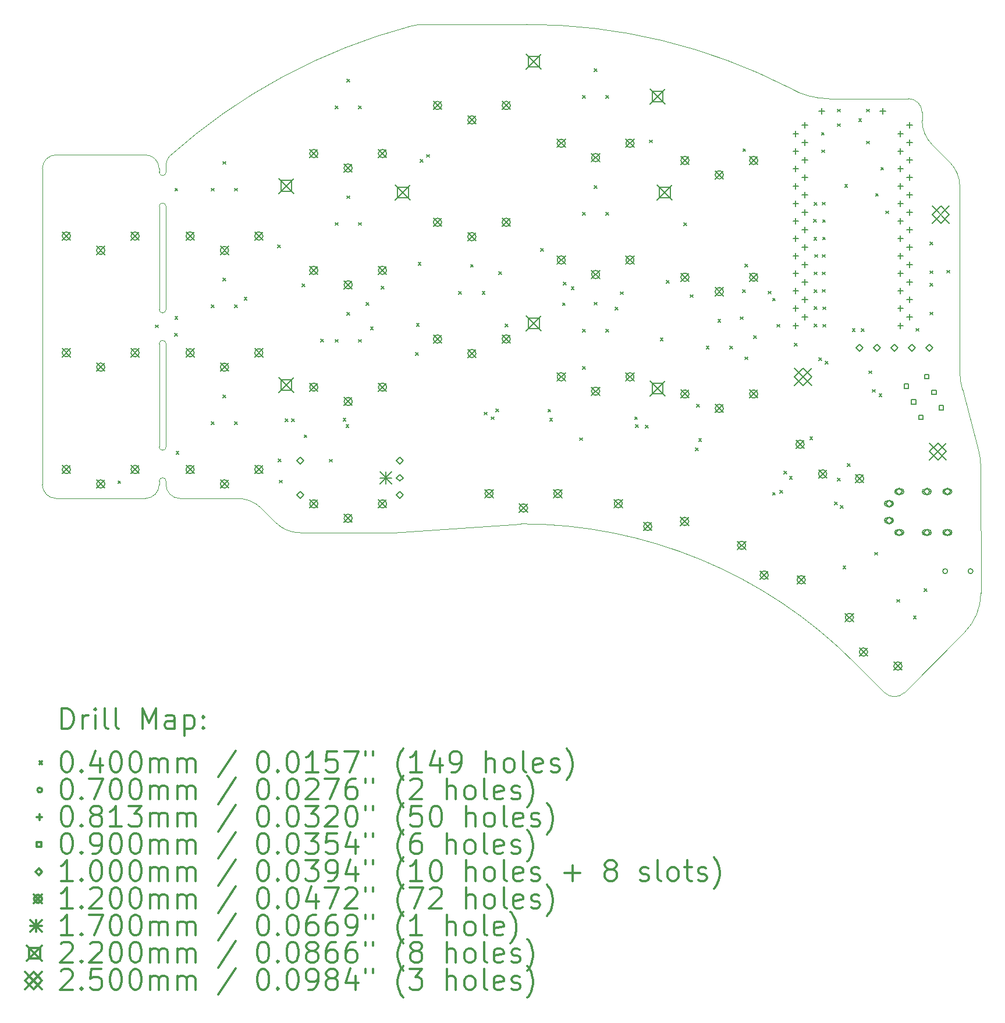
<source format=gbr>
%FSLAX45Y45*%
G04 Gerber Fmt 4.5, Leading zero omitted, Abs format (unit mm)*
G04 Created by KiCad (PCBNEW (5.1.10-1-10_14)) date 2021-11-02 17:36:51*
%MOMM*%
%LPD*%
G01*
G04 APERTURE LIST*
%TA.AperFunction,Profile*%
%ADD10C,0.050000*%
%TD*%
%ADD11C,0.200000*%
%ADD12C,0.300000*%
G04 APERTURE END LIST*
D10*
X10850000Y-7900000D02*
X10850000Y-7850000D01*
X10850000Y-12450000D02*
X10850000Y-12400000D01*
X10950000Y-12400000D02*
X10950000Y-12450000D01*
X22567082Y-14601279D02*
G75*
G03*
X22805000Y-14030000I-570635J572832D01*
G01*
X20599000Y-6831210D02*
G75*
G02*
X20014000Y-6669000I-2194J1128079D01*
G01*
X14509870Y-5775907D02*
G75*
G02*
X14701000Y-5750000I191130J-692093D01*
G01*
X22769000Y-11937000D02*
G75*
G02*
X22804640Y-12197624I-964360J-264624D01*
G01*
X22535000Y-11061624D02*
G75*
G02*
X22499360Y-10801000I964360J264624D01*
G01*
X22535000Y-11061624D02*
X22769000Y-11937000D01*
X21950000Y-7031000D02*
X21950000Y-7147000D01*
X22096447Y-7500553D02*
X22353000Y-7757000D01*
X22096447Y-7500553D02*
G75*
G02*
X21950000Y-7147000I353553J353553D01*
G01*
X22499447Y-8110553D02*
G75*
G03*
X22353000Y-7757000I-500000J0D01*
G01*
X10950000Y-10400000D02*
X10950000Y-11900000D01*
X10850000Y-10400000D02*
G75*
G02*
X10950000Y-10400000I50000J0D01*
G01*
X22499360Y-10801000D02*
X22499447Y-8110553D01*
X14253000Y-13150000D02*
X16115000Y-13020812D01*
X9350000Y-12650000D02*
G75*
G02*
X9150000Y-12450000I0J200000D01*
G01*
X16115000Y-13020812D02*
G75*
G02*
X20950000Y-15025000I0J-6834188D01*
G01*
X12339553Y-12796447D02*
G75*
G03*
X11986000Y-12650000I-353553J-353553D01*
G01*
X12900000Y-13150000D02*
G75*
G02*
X12546447Y-13003553I0J500000D01*
G01*
X10850000Y-12400000D02*
G75*
G02*
X10950000Y-12400000I50000J0D01*
G01*
X21750000Y-6831000D02*
G75*
G02*
X21950000Y-7031000I0J-200000D01*
G01*
X10950469Y-7800000D02*
X10950000Y-7900000D01*
X10950469Y-7800000D02*
G75*
G02*
X10995149Y-7674166I199532J0D01*
G01*
X10650000Y-7650000D02*
G75*
G02*
X10850000Y-7850000I0J-200000D01*
G01*
X10950000Y-9900000D02*
G75*
G02*
X10850000Y-9900000I-50000J0D01*
G01*
X10850000Y-8400000D02*
G75*
G02*
X10950000Y-8400000I50000J0D01*
G01*
X10950000Y-7900000D02*
G75*
G02*
X10850000Y-7900000I-50000J0D01*
G01*
X10950000Y-11900000D02*
G75*
G02*
X10850000Y-11900000I-50000J0D01*
G01*
X10850000Y-12450000D02*
G75*
G02*
X10650000Y-12650000I-200000J0D01*
G01*
X9150000Y-7850000D02*
G75*
G02*
X9350000Y-7650000I200000J0D01*
G01*
X9150000Y-7850000D02*
X9150000Y-12450000D01*
X10650000Y-12650000D02*
X9350000Y-12650000D01*
X22805000Y-14030000D02*
X22804640Y-12197624D01*
X12900000Y-13150000D02*
X14253000Y-13150000D01*
X21691991Y-15476658D02*
G75*
G02*
X21407467Y-15480113I-143991J140658D01*
G01*
X22567082Y-14601279D02*
X21691991Y-15476658D01*
X20950000Y-15025000D02*
X21407467Y-15480113D01*
X11986000Y-12650000D02*
X11150000Y-12650000D01*
X11150000Y-12650000D02*
G75*
G02*
X10950000Y-12450000I0J200000D01*
G01*
X16200000Y-5749976D02*
X14701000Y-5750000D01*
X12339553Y-12796447D02*
X12546447Y-13003553D01*
X20599000Y-6831210D02*
X21750000Y-6831000D01*
X10850000Y-11900000D02*
X10850000Y-10400000D01*
X10950000Y-8400000D02*
X10950000Y-9900000D01*
X10850000Y-9900000D02*
X10850000Y-8400000D01*
X10995149Y-7674166D02*
G75*
G02*
X14509870Y-5775907I5703597J-6357520D01*
G01*
X16200000Y-5749976D02*
G75*
G02*
X20014000Y-6669000I0J-8373667D01*
G01*
X10650000Y-7650000D02*
X9350000Y-7650000D01*
D11*
X10249000Y-12394000D02*
X10289000Y-12434000D01*
X10289000Y-12394000D02*
X10249000Y-12434000D01*
X10794000Y-10125000D02*
X10834000Y-10165000D01*
X10834000Y-10125000D02*
X10794000Y-10165000D01*
X11075000Y-10249999D02*
X11115000Y-10289999D01*
X11115000Y-10249999D02*
X11075000Y-10289999D01*
X11080000Y-8135000D02*
X11120000Y-8175000D01*
X11120000Y-8135000D02*
X11080000Y-8175000D01*
X11080000Y-10000000D02*
X11120000Y-10040000D01*
X11120000Y-10000000D02*
X11080000Y-10040000D01*
X11096000Y-11966000D02*
X11136000Y-12006000D01*
X11136000Y-11966000D02*
X11096000Y-12006000D01*
X11610000Y-8135000D02*
X11650000Y-8175000D01*
X11650000Y-8135000D02*
X11610000Y-8175000D01*
X11610000Y-9835000D02*
X11650000Y-9875000D01*
X11650000Y-9835000D02*
X11610000Y-9875000D01*
X11610000Y-11535000D02*
X11650000Y-11575000D01*
X11650000Y-11535000D02*
X11610000Y-11575000D01*
X11780000Y-7745000D02*
X11820000Y-7785000D01*
X11820000Y-7745000D02*
X11780000Y-7785000D01*
X11780000Y-9445000D02*
X11820000Y-9485000D01*
X11820000Y-9445000D02*
X11780000Y-9485000D01*
X11780000Y-11145000D02*
X11820000Y-11185000D01*
X11820000Y-11145000D02*
X11780000Y-11185000D01*
X11950000Y-8135000D02*
X11990000Y-8175000D01*
X11990000Y-8135000D02*
X11950000Y-8175000D01*
X11950000Y-9835000D02*
X11990000Y-9875000D01*
X11990000Y-9835000D02*
X11950000Y-9875000D01*
X11950000Y-11535000D02*
X11990000Y-11575000D01*
X11990000Y-11535000D02*
X11950000Y-11575000D01*
X12088000Y-9720000D02*
X12128000Y-9760000D01*
X12128000Y-9720000D02*
X12088000Y-9760000D01*
X12576000Y-8961000D02*
X12616000Y-9001000D01*
X12616000Y-8961000D02*
X12576000Y-9001000D01*
X12582700Y-12075700D02*
X12622700Y-12115700D01*
X12622700Y-12075700D02*
X12582700Y-12115700D01*
X12600000Y-12386000D02*
X12640000Y-12426000D01*
X12640000Y-12386000D02*
X12600000Y-12426000D01*
X12682000Y-11494000D02*
X12722000Y-11534000D01*
X12722000Y-11494000D02*
X12682000Y-11534000D01*
X12776308Y-11490968D02*
X12816308Y-11530968D01*
X12816308Y-11490968D02*
X12776308Y-11530968D01*
X12929000Y-9530000D02*
X12969000Y-9570000D01*
X12969000Y-9530000D02*
X12929000Y-9570000D01*
X12958509Y-11725125D02*
X12998509Y-11765125D01*
X12998509Y-11725125D02*
X12958509Y-11765125D01*
X13202000Y-10330000D02*
X13242000Y-10370000D01*
X13242000Y-10330000D02*
X13202000Y-10370000D01*
X13330000Y-12080000D02*
X13370000Y-12120000D01*
X13370000Y-12080000D02*
X13330000Y-12120000D01*
X13410000Y-6935000D02*
X13450000Y-6975000D01*
X13450000Y-6935000D02*
X13410000Y-6975000D01*
X13410000Y-8635000D02*
X13450000Y-8675000D01*
X13450000Y-8635000D02*
X13410000Y-8675000D01*
X13410000Y-10335000D02*
X13450000Y-10375000D01*
X13450000Y-10335000D02*
X13410000Y-10375000D01*
X13525897Y-11485051D02*
X13565897Y-11525051D01*
X13565897Y-11485051D02*
X13525897Y-11525051D01*
X13569908Y-11575908D02*
X13609908Y-11615908D01*
X13609908Y-11575908D02*
X13569908Y-11615908D01*
X13580000Y-6545000D02*
X13620000Y-6585000D01*
X13620000Y-6545000D02*
X13580000Y-6585000D01*
X13580000Y-8245000D02*
X13620000Y-8285000D01*
X13620000Y-8245000D02*
X13580000Y-8285000D01*
X13580000Y-9945000D02*
X13620000Y-9985000D01*
X13620000Y-9945000D02*
X13580000Y-9985000D01*
X13750000Y-6935000D02*
X13790000Y-6975000D01*
X13790000Y-6935000D02*
X13750000Y-6975000D01*
X13750000Y-8635000D02*
X13790000Y-8675000D01*
X13790000Y-8635000D02*
X13750000Y-8675000D01*
X13750000Y-10335000D02*
X13790000Y-10375000D01*
X13790000Y-10335000D02*
X13750000Y-10375000D01*
X13858999Y-9799000D02*
X13898999Y-9839000D01*
X13898999Y-9799000D02*
X13858999Y-9839000D01*
X13924000Y-10152000D02*
X13964000Y-10192000D01*
X13964000Y-10152000D02*
X13924000Y-10192000D01*
X14079000Y-9564000D02*
X14119000Y-9604000D01*
X14119000Y-9564000D02*
X14079000Y-9604000D01*
X14583000Y-10527000D02*
X14623000Y-10567000D01*
X14623000Y-10527000D02*
X14583000Y-10567000D01*
X14594000Y-10102000D02*
X14634000Y-10142000D01*
X14634000Y-10102000D02*
X14594000Y-10142000D01*
X14619000Y-9212000D02*
X14659000Y-9252000D01*
X14659000Y-9212000D02*
X14619000Y-9252000D01*
X14646000Y-7715000D02*
X14686000Y-7755000D01*
X14686000Y-7715000D02*
X14646000Y-7755000D01*
X14740000Y-7644000D02*
X14780000Y-7684000D01*
X14780000Y-7644000D02*
X14740000Y-7684000D01*
X15210000Y-9635000D02*
X15250000Y-9675000D01*
X15250000Y-9635000D02*
X15210000Y-9675000D01*
X15380000Y-9245000D02*
X15420000Y-9285000D01*
X15420000Y-9245000D02*
X15380000Y-9285000D01*
X15550000Y-9635000D02*
X15590000Y-9675000D01*
X15590000Y-9635000D02*
X15550000Y-9675000D01*
X15582271Y-11393949D02*
X15622271Y-11433949D01*
X15622271Y-11393949D02*
X15582271Y-11433949D01*
X15682000Y-11463000D02*
X15722000Y-11503000D01*
X15722000Y-11463000D02*
X15682000Y-11503000D01*
X15747598Y-11346119D02*
X15787598Y-11386119D01*
X15787598Y-11346119D02*
X15747598Y-11386119D01*
X15791372Y-9348628D02*
X15831372Y-9388628D01*
X15831372Y-9348628D02*
X15791372Y-9388628D01*
X15884000Y-10110000D02*
X15924000Y-10150000D01*
X15924000Y-10110000D02*
X15884000Y-10150000D01*
X16398000Y-9009000D02*
X16438000Y-9049000D01*
X16438000Y-9009000D02*
X16398000Y-9049000D01*
X16506116Y-11352679D02*
X16546116Y-11392679D01*
X16546116Y-11352679D02*
X16506116Y-11392679D01*
X16532027Y-11481404D02*
X16572027Y-11521404D01*
X16572027Y-11481404D02*
X16532027Y-11521404D01*
X16719000Y-9802000D02*
X16759000Y-9842000D01*
X16759000Y-9802000D02*
X16719000Y-9842000D01*
X16731500Y-9504500D02*
X16771500Y-9544500D01*
X16771500Y-9504500D02*
X16731500Y-9544500D01*
X16845000Y-9572000D02*
X16885000Y-9612000D01*
X16885000Y-9572000D02*
X16845000Y-9612000D01*
X16970000Y-11767000D02*
X17010000Y-11807000D01*
X17010000Y-11767000D02*
X16970000Y-11807000D01*
X17009000Y-10730000D02*
X17049000Y-10770000D01*
X17049000Y-10730000D02*
X17009000Y-10770000D01*
X17010000Y-6785000D02*
X17050000Y-6825000D01*
X17050000Y-6785000D02*
X17010000Y-6825000D01*
X17010000Y-8485000D02*
X17050000Y-8525000D01*
X17050000Y-8485000D02*
X17010000Y-8525000D01*
X17010000Y-10185000D02*
X17050000Y-10225000D01*
X17050000Y-10185000D02*
X17010000Y-10225000D01*
X17180000Y-6395000D02*
X17220000Y-6435000D01*
X17220000Y-6395000D02*
X17180000Y-6435000D01*
X17180000Y-8095000D02*
X17220000Y-8135000D01*
X17220000Y-8095000D02*
X17180000Y-8135000D01*
X17180000Y-9795000D02*
X17220000Y-9835000D01*
X17220000Y-9795000D02*
X17180000Y-9835000D01*
X17350000Y-6785000D02*
X17390000Y-6825000D01*
X17390000Y-6785000D02*
X17350000Y-6825000D01*
X17350000Y-8485000D02*
X17390000Y-8525000D01*
X17390000Y-8485000D02*
X17350000Y-8525000D01*
X17350000Y-10185000D02*
X17390000Y-10225000D01*
X17390000Y-10185000D02*
X17350000Y-10225000D01*
X17484600Y-9868336D02*
X17524600Y-9908336D01*
X17524600Y-9868336D02*
X17484600Y-9908336D01*
X17562000Y-9641000D02*
X17602000Y-9681000D01*
X17602000Y-9641000D02*
X17562000Y-9681000D01*
X17769000Y-11463000D02*
X17809000Y-11503000D01*
X17809000Y-11463000D02*
X17769000Y-11503000D01*
X17781000Y-11577000D02*
X17821000Y-11617000D01*
X17821000Y-11577000D02*
X17781000Y-11617000D01*
X17924565Y-11583565D02*
X17964565Y-11623565D01*
X17964565Y-11583565D02*
X17924565Y-11623565D01*
X17987000Y-7433000D02*
X18027000Y-7473000D01*
X18027000Y-7433000D02*
X17987000Y-7473000D01*
X18142000Y-10314000D02*
X18182000Y-10354000D01*
X18182000Y-10314000D02*
X18142000Y-10354000D01*
X18228000Y-9479000D02*
X18268000Y-9519000D01*
X18268000Y-9479000D02*
X18228000Y-9519000D01*
X18482000Y-8641000D02*
X18522000Y-8681000D01*
X18522000Y-8641000D02*
X18482000Y-8681000D01*
X18574000Y-9683000D02*
X18614000Y-9723000D01*
X18614000Y-9683000D02*
X18574000Y-9723000D01*
X18655000Y-11913000D02*
X18695000Y-11953000D01*
X18695000Y-11913000D02*
X18655000Y-11953000D01*
X18671000Y-11280000D02*
X18711000Y-11320000D01*
X18711000Y-11280000D02*
X18671000Y-11320000D01*
X18699000Y-11781000D02*
X18739000Y-11821000D01*
X18739000Y-11781000D02*
X18699000Y-11821000D01*
X18810000Y-10435000D02*
X18850000Y-10475000D01*
X18850000Y-10435000D02*
X18810000Y-10475000D01*
X18980000Y-10045000D02*
X19020000Y-10085000D01*
X19020000Y-10045000D02*
X18980000Y-10085000D01*
X19150000Y-10435000D02*
X19190000Y-10475000D01*
X19190000Y-10435000D02*
X19150000Y-10475000D01*
X19304000Y-10006000D02*
X19344000Y-10046000D01*
X19344000Y-10006000D02*
X19304000Y-10046000D01*
X19339000Y-9613000D02*
X19379000Y-9653000D01*
X19379000Y-9613000D02*
X19339000Y-9653000D01*
X19344000Y-7560000D02*
X19384000Y-7600000D01*
X19384000Y-7560000D02*
X19344000Y-7600000D01*
X19372000Y-10589000D02*
X19412000Y-10629000D01*
X19412000Y-10589000D02*
X19372000Y-10629000D01*
X19373000Y-9237000D02*
X19413000Y-9277000D01*
X19413000Y-9237000D02*
X19373000Y-9277000D01*
X19502000Y-10280000D02*
X19542000Y-10320000D01*
X19542000Y-10280000D02*
X19502000Y-10320000D01*
X19711000Y-9633000D02*
X19751000Y-9673000D01*
X19751000Y-9633000D02*
X19711000Y-9673000D01*
X19774800Y-9735200D02*
X19814800Y-9775200D01*
X19814800Y-9735200D02*
X19774800Y-9775200D01*
X19774800Y-12563800D02*
X19814800Y-12603800D01*
X19814800Y-12563800D02*
X19774800Y-12603800D01*
X19840000Y-10117000D02*
X19880000Y-10157000D01*
X19880000Y-10117000D02*
X19840000Y-10157000D01*
X19879000Y-12533000D02*
X19919000Y-12573000D01*
X19919000Y-12533000D02*
X19879000Y-12573000D01*
X19942523Y-12252849D02*
X19982523Y-12292849D01*
X19982523Y-12252849D02*
X19942523Y-12292849D01*
X20020413Y-12329590D02*
X20060413Y-12369590D01*
X20060413Y-12329590D02*
X20020413Y-12369590D01*
X20092000Y-10389000D02*
X20132000Y-10429000D01*
X20132000Y-10389000D02*
X20092000Y-10429000D01*
X20317000Y-11755000D02*
X20357000Y-11795000D01*
X20357000Y-11755000D02*
X20317000Y-11795000D01*
X20373000Y-8590000D02*
X20413000Y-8630000D01*
X20413000Y-8590000D02*
X20373000Y-8630000D01*
X20377000Y-8850000D02*
X20417000Y-8890000D01*
X20417000Y-8850000D02*
X20377000Y-8890000D01*
X20379000Y-10110000D02*
X20419000Y-10150000D01*
X20419000Y-10110000D02*
X20379000Y-10150000D01*
X20380000Y-8340000D02*
X20420000Y-8380000D01*
X20420000Y-8340000D02*
X20380000Y-8380000D01*
X20380000Y-9610000D02*
X20420000Y-9650000D01*
X20420000Y-9610000D02*
X20380000Y-9650000D01*
X20380200Y-9354200D02*
X20420200Y-9394200D01*
X20420200Y-9354200D02*
X20380200Y-9394200D01*
X20381000Y-9860000D02*
X20421000Y-9900000D01*
X20421000Y-9860000D02*
X20381000Y-9900000D01*
X20387000Y-9100000D02*
X20427000Y-9140000D01*
X20427000Y-9100000D02*
X20387000Y-9140000D01*
X20448000Y-10602000D02*
X20488000Y-10642000D01*
X20488000Y-10602000D02*
X20448000Y-10642000D01*
X20487000Y-7322000D02*
X20527000Y-7362000D01*
X20527000Y-7322000D02*
X20487000Y-7362000D01*
X20490000Y-7576000D02*
X20530000Y-7616000D01*
X20530000Y-7576000D02*
X20490000Y-7616000D01*
X20496000Y-8338000D02*
X20536000Y-8378000D01*
X20536000Y-8338000D02*
X20496000Y-8378000D01*
X20496000Y-9354000D02*
X20536000Y-9394000D01*
X20536000Y-9354000D02*
X20496000Y-9394000D01*
X20496000Y-9608000D02*
X20536000Y-9648000D01*
X20536000Y-9608000D02*
X20496000Y-9648000D01*
X20497000Y-9100000D02*
X20537000Y-9140000D01*
X20537000Y-9100000D02*
X20497000Y-9140000D01*
X20503000Y-8592000D02*
X20543000Y-8632000D01*
X20543000Y-8592000D02*
X20503000Y-8632000D01*
X20504000Y-8846000D02*
X20544000Y-8886000D01*
X20544000Y-8846000D02*
X20504000Y-8886000D01*
X20507000Y-10116000D02*
X20547000Y-10156000D01*
X20547000Y-10116000D02*
X20507000Y-10156000D01*
X20508000Y-9863000D02*
X20548000Y-9903000D01*
X20548000Y-9863000D02*
X20508000Y-9903000D01*
X20543993Y-10656172D02*
X20583993Y-10696172D01*
X20583993Y-10656172D02*
X20543993Y-10696172D01*
X20674277Y-12702182D02*
X20714277Y-12742182D01*
X20714277Y-12702182D02*
X20674277Y-12742182D01*
X20718000Y-7196000D02*
X20758000Y-7236000D01*
X20758000Y-7196000D02*
X20718000Y-7236000D01*
X20720000Y-6983000D02*
X20760000Y-7023000D01*
X20760000Y-6983000D02*
X20720000Y-7023000D01*
X20721000Y-12358000D02*
X20761000Y-12398000D01*
X20761000Y-12358000D02*
X20721000Y-12398000D01*
X20759212Y-12751424D02*
X20799212Y-12791424D01*
X20799212Y-12751424D02*
X20759212Y-12791424D01*
X20800000Y-13635000D02*
X20840000Y-13675000D01*
X20840000Y-13635000D02*
X20800000Y-13675000D01*
X20825000Y-8082000D02*
X20865000Y-8122000D01*
X20865000Y-8082000D02*
X20825000Y-8122000D01*
X20864874Y-12143874D02*
X20904874Y-12183874D01*
X20904874Y-12143874D02*
X20864874Y-12183874D01*
X20935000Y-10179050D02*
X20975000Y-10219050D01*
X20975000Y-10179050D02*
X20935000Y-10219050D01*
X21028000Y-7122500D02*
X21068000Y-7162500D01*
X21068000Y-7122500D02*
X21028000Y-7162500D01*
X21064000Y-10179050D02*
X21104000Y-10219050D01*
X21104000Y-10179050D02*
X21064000Y-10219050D01*
X21140000Y-6983000D02*
X21180000Y-7023000D01*
X21180000Y-6983000D02*
X21140000Y-7023000D01*
X21143000Y-7449000D02*
X21183000Y-7489000D01*
X21183000Y-7449000D02*
X21143000Y-7489000D01*
X21178496Y-10792562D02*
X21218496Y-10832562D01*
X21218496Y-10792562D02*
X21178496Y-10832562D01*
X21224014Y-11063986D02*
X21264014Y-11103986D01*
X21264014Y-11063986D02*
X21224014Y-11103986D01*
X21258000Y-13435000D02*
X21298000Y-13475000D01*
X21298000Y-13435000D02*
X21258000Y-13475000D01*
X21274000Y-8211200D02*
X21314000Y-8251200D01*
X21314000Y-8211200D02*
X21274000Y-8251200D01*
X21324000Y-11125000D02*
X21364000Y-11165000D01*
X21364000Y-11125000D02*
X21324000Y-11165000D01*
X21350800Y-7830200D02*
X21390800Y-7870200D01*
X21390800Y-7830200D02*
X21350800Y-7870200D01*
X21418800Y-8465200D02*
X21458800Y-8505200D01*
X21458800Y-8465200D02*
X21418800Y-8505200D01*
X21582423Y-14120320D02*
X21622423Y-14160320D01*
X21622423Y-14120320D02*
X21582423Y-14160320D01*
X21822839Y-14360736D02*
X21862839Y-14400736D01*
X21862839Y-14360736D02*
X21822839Y-14400736D01*
X21860000Y-10176000D02*
X21900000Y-10216000D01*
X21900000Y-10176000D02*
X21860000Y-10216000D01*
X21978403Y-13964757D02*
X22018403Y-14004757D01*
X22018403Y-13964757D02*
X21978403Y-14004757D01*
X22066000Y-8916000D02*
X22106000Y-8956000D01*
X22106000Y-8916000D02*
X22066000Y-8956000D01*
X22066000Y-9336000D02*
X22106000Y-9376000D01*
X22106000Y-9336000D02*
X22066000Y-9376000D01*
X22066000Y-9518000D02*
X22106000Y-9558000D01*
X22106000Y-9518000D02*
X22066000Y-9558000D01*
X22066000Y-9938000D02*
X22106000Y-9978000D01*
X22106000Y-9938000D02*
X22066000Y-9978000D01*
X22308000Y-9328000D02*
X22348000Y-9368000D01*
X22348000Y-9328000D02*
X22308000Y-9368000D01*
X22320000Y-13710000D02*
G75*
G03*
X22320000Y-13710000I-35000J0D01*
G01*
X22690000Y-13710000D02*
G75*
G03*
X22690000Y-13710000I-35000J0D01*
G01*
X20111000Y-7301560D02*
X20111000Y-7382840D01*
X20070360Y-7342200D02*
X20151640Y-7342200D01*
X20111000Y-7555560D02*
X20111000Y-7636840D01*
X20070360Y-7596200D02*
X20151640Y-7596200D01*
X20111000Y-7809560D02*
X20111000Y-7890840D01*
X20070360Y-7850200D02*
X20151640Y-7850200D01*
X20111000Y-8063560D02*
X20111000Y-8144840D01*
X20070360Y-8104200D02*
X20151640Y-8104200D01*
X20111000Y-8317560D02*
X20111000Y-8398840D01*
X20070360Y-8358200D02*
X20151640Y-8358200D01*
X20111000Y-8571560D02*
X20111000Y-8652840D01*
X20070360Y-8612200D02*
X20151640Y-8612200D01*
X20111000Y-8825560D02*
X20111000Y-8906840D01*
X20070360Y-8866200D02*
X20151640Y-8866200D01*
X20111000Y-9079560D02*
X20111000Y-9160840D01*
X20070360Y-9120200D02*
X20151640Y-9120200D01*
X20111000Y-9333560D02*
X20111000Y-9414840D01*
X20070360Y-9374200D02*
X20151640Y-9374200D01*
X20111000Y-9587560D02*
X20111000Y-9668840D01*
X20070360Y-9628200D02*
X20151640Y-9628200D01*
X20111000Y-9841560D02*
X20111000Y-9922840D01*
X20070360Y-9882200D02*
X20151640Y-9882200D01*
X20111000Y-10095560D02*
X20111000Y-10176840D01*
X20070360Y-10136200D02*
X20151640Y-10136200D01*
X20243640Y-7174560D02*
X20243640Y-7255840D01*
X20203000Y-7215200D02*
X20284280Y-7215200D01*
X20243640Y-7428560D02*
X20243640Y-7509840D01*
X20203000Y-7469200D02*
X20284280Y-7469200D01*
X20243640Y-7682560D02*
X20243640Y-7763840D01*
X20203000Y-7723200D02*
X20284280Y-7723200D01*
X20243640Y-7936560D02*
X20243640Y-8017840D01*
X20203000Y-7977200D02*
X20284280Y-7977200D01*
X20243640Y-8190560D02*
X20243640Y-8271840D01*
X20203000Y-8231200D02*
X20284280Y-8231200D01*
X20243640Y-8444560D02*
X20243640Y-8525840D01*
X20203000Y-8485200D02*
X20284280Y-8485200D01*
X20243640Y-8698560D02*
X20243640Y-8779840D01*
X20203000Y-8739200D02*
X20284280Y-8739200D01*
X20243640Y-8952560D02*
X20243640Y-9033840D01*
X20203000Y-8993200D02*
X20284280Y-8993200D01*
X20243640Y-9206560D02*
X20243640Y-9287840D01*
X20203000Y-9247200D02*
X20284280Y-9247200D01*
X20243640Y-9460560D02*
X20243640Y-9541840D01*
X20203000Y-9501200D02*
X20284280Y-9501200D01*
X20243640Y-9714560D02*
X20243640Y-9795840D01*
X20203000Y-9755200D02*
X20284280Y-9755200D01*
X20243640Y-9968560D02*
X20243640Y-10049840D01*
X20203000Y-10009200D02*
X20284280Y-10009200D01*
X20490000Y-6969360D02*
X20490000Y-7050640D01*
X20449360Y-7010000D02*
X20530640Y-7010000D01*
X21380000Y-6969360D02*
X21380000Y-7050640D01*
X21339360Y-7010000D02*
X21420640Y-7010000D01*
X21635000Y-7301560D02*
X21635000Y-7382840D01*
X21594360Y-7342200D02*
X21675640Y-7342200D01*
X21635000Y-7555560D02*
X21635000Y-7636840D01*
X21594360Y-7596200D02*
X21675640Y-7596200D01*
X21635000Y-7809560D02*
X21635000Y-7890840D01*
X21594360Y-7850200D02*
X21675640Y-7850200D01*
X21635000Y-8063560D02*
X21635000Y-8144840D01*
X21594360Y-8104200D02*
X21675640Y-8104200D01*
X21635000Y-8317560D02*
X21635000Y-8398840D01*
X21594360Y-8358200D02*
X21675640Y-8358200D01*
X21635000Y-8571560D02*
X21635000Y-8652840D01*
X21594360Y-8612200D02*
X21675640Y-8612200D01*
X21635000Y-8825560D02*
X21635000Y-8906840D01*
X21594360Y-8866200D02*
X21675640Y-8866200D01*
X21635000Y-9079560D02*
X21635000Y-9160840D01*
X21594360Y-9120200D02*
X21675640Y-9120200D01*
X21635000Y-9333560D02*
X21635000Y-9414840D01*
X21594360Y-9374200D02*
X21675640Y-9374200D01*
X21635000Y-9587560D02*
X21635000Y-9668840D01*
X21594360Y-9628200D02*
X21675640Y-9628200D01*
X21635000Y-9841560D02*
X21635000Y-9922840D01*
X21594360Y-9882200D02*
X21675640Y-9882200D01*
X21635000Y-10095560D02*
X21635000Y-10176840D01*
X21594360Y-10136200D02*
X21675640Y-10136200D01*
X21765640Y-7174560D02*
X21765640Y-7255840D01*
X21725000Y-7215200D02*
X21806280Y-7215200D01*
X21765640Y-7428560D02*
X21765640Y-7509840D01*
X21725000Y-7469200D02*
X21806280Y-7469200D01*
X21765640Y-7682560D02*
X21765640Y-7763840D01*
X21725000Y-7723200D02*
X21806280Y-7723200D01*
X21765640Y-7936560D02*
X21765640Y-8017840D01*
X21725000Y-7977200D02*
X21806280Y-7977200D01*
X21765640Y-8190560D02*
X21765640Y-8271840D01*
X21725000Y-8231200D02*
X21806280Y-8231200D01*
X21765640Y-8444560D02*
X21765640Y-8525840D01*
X21725000Y-8485200D02*
X21806280Y-8485200D01*
X21765640Y-8698560D02*
X21765640Y-8779840D01*
X21725000Y-8739200D02*
X21806280Y-8739200D01*
X21765640Y-8952560D02*
X21765640Y-9033840D01*
X21725000Y-8993200D02*
X21806280Y-8993200D01*
X21765640Y-9206560D02*
X21765640Y-9287840D01*
X21725000Y-9247200D02*
X21806280Y-9247200D01*
X21765640Y-9460560D02*
X21765640Y-9541840D01*
X21725000Y-9501200D02*
X21806280Y-9501200D01*
X21765640Y-9714560D02*
X21765640Y-9795840D01*
X21725000Y-9755200D02*
X21806280Y-9755200D01*
X21765640Y-9968560D02*
X21765640Y-10049840D01*
X21725000Y-10009200D02*
X21806280Y-10009200D01*
X21751625Y-11049975D02*
X21751625Y-10986335D01*
X21687985Y-10986335D01*
X21687985Y-11049975D01*
X21751625Y-11049975D01*
X21857279Y-11276552D02*
X21857279Y-11212912D01*
X21793639Y-11212912D01*
X21793639Y-11276552D01*
X21857279Y-11276552D01*
X21962934Y-11503129D02*
X21962934Y-11439489D01*
X21899294Y-11439489D01*
X21899294Y-11503129D01*
X21962934Y-11503129D01*
X22050706Y-10910511D02*
X22050706Y-10846871D01*
X21987066Y-10846871D01*
X21987066Y-10910511D01*
X22050706Y-10910511D01*
X22156361Y-11137088D02*
X22156361Y-11073448D01*
X22092721Y-11073448D01*
X22092721Y-11137088D01*
X22156361Y-11137088D01*
X22262016Y-11363665D02*
X22262016Y-11300025D01*
X22198375Y-11300025D01*
X22198375Y-11363665D01*
X22262016Y-11363665D01*
X12900000Y-12150000D02*
X12950000Y-12100000D01*
X12900000Y-12050000D01*
X12850000Y-12100000D01*
X12900000Y-12150000D01*
X12900000Y-12650000D02*
X12950000Y-12600000D01*
X12900000Y-12550000D01*
X12850000Y-12600000D01*
X12900000Y-12650000D01*
X14350000Y-12150000D02*
X14400000Y-12100000D01*
X14350000Y-12050000D01*
X14300000Y-12100000D01*
X14350000Y-12150000D01*
X14350000Y-12400000D02*
X14400000Y-12350000D01*
X14350000Y-12300000D01*
X14300000Y-12350000D01*
X14350000Y-12400000D01*
X14350000Y-12650000D02*
X14400000Y-12600000D01*
X14350000Y-12550000D01*
X14300000Y-12600000D01*
X14350000Y-12650000D01*
X21039500Y-10505000D02*
X21089500Y-10455000D01*
X21039500Y-10405000D01*
X20989500Y-10455000D01*
X21039500Y-10505000D01*
X21293500Y-10505000D02*
X21343500Y-10455000D01*
X21293500Y-10405000D01*
X21243500Y-10455000D01*
X21293500Y-10505000D01*
X21468000Y-12776000D02*
X21518000Y-12726000D01*
X21468000Y-12676000D01*
X21418000Y-12726000D01*
X21468000Y-12776000D01*
X21493000Y-12686000D02*
X21443000Y-12686000D01*
X21493000Y-12766000D02*
X21443000Y-12766000D01*
X21443000Y-12686000D02*
G75*
G03*
X21443000Y-12766000I0J-40000D01*
G01*
X21493000Y-12766000D02*
G75*
G03*
X21493000Y-12686000I0J40000D01*
G01*
X21468000Y-13021000D02*
X21518000Y-12971000D01*
X21468000Y-12921000D01*
X21418000Y-12971000D01*
X21468000Y-13021000D01*
X21493000Y-12931000D02*
X21443000Y-12931000D01*
X21493000Y-13011000D02*
X21443000Y-13011000D01*
X21443000Y-12931000D02*
G75*
G03*
X21443000Y-13011000I0J-40000D01*
G01*
X21493000Y-13011000D02*
G75*
G03*
X21493000Y-12931000I0J40000D01*
G01*
X21547500Y-10505000D02*
X21597500Y-10455000D01*
X21547500Y-10405000D01*
X21497500Y-10455000D01*
X21547500Y-10505000D01*
X21618000Y-12601000D02*
X21668000Y-12551000D01*
X21618000Y-12501000D01*
X21568000Y-12551000D01*
X21618000Y-12601000D01*
X21643000Y-12511000D02*
X21593000Y-12511000D01*
X21643000Y-12591000D02*
X21593000Y-12591000D01*
X21593000Y-12511000D02*
G75*
G03*
X21593000Y-12591000I0J-40000D01*
G01*
X21643000Y-12591000D02*
G75*
G03*
X21643000Y-12511000I0J40000D01*
G01*
X21618000Y-13196000D02*
X21668000Y-13146000D01*
X21618000Y-13096000D01*
X21568000Y-13146000D01*
X21618000Y-13196000D01*
X21643000Y-13106000D02*
X21593000Y-13106000D01*
X21643000Y-13186000D02*
X21593000Y-13186000D01*
X21593000Y-13106000D02*
G75*
G03*
X21593000Y-13186000I0J-40000D01*
G01*
X21643000Y-13186000D02*
G75*
G03*
X21643000Y-13106000I0J40000D01*
G01*
X21801500Y-10505000D02*
X21851500Y-10455000D01*
X21801500Y-10405000D01*
X21751500Y-10455000D01*
X21801500Y-10505000D01*
X22018000Y-12601000D02*
X22068000Y-12551000D01*
X22018000Y-12501000D01*
X21968000Y-12551000D01*
X22018000Y-12601000D01*
X22043000Y-12511000D02*
X21993000Y-12511000D01*
X22043000Y-12591000D02*
X21993000Y-12591000D01*
X21993000Y-12511000D02*
G75*
G03*
X21993000Y-12591000I0J-40000D01*
G01*
X22043000Y-12591000D02*
G75*
G03*
X22043000Y-12511000I0J40000D01*
G01*
X22018000Y-13196000D02*
X22068000Y-13146000D01*
X22018000Y-13096000D01*
X21968000Y-13146000D01*
X22018000Y-13196000D01*
X22043000Y-13106000D02*
X21993000Y-13106000D01*
X22043000Y-13186000D02*
X21993000Y-13186000D01*
X21993000Y-13106000D02*
G75*
G03*
X21993000Y-13186000I0J-40000D01*
G01*
X22043000Y-13186000D02*
G75*
G03*
X22043000Y-13106000I0J40000D01*
G01*
X22055500Y-10505000D02*
X22105500Y-10455000D01*
X22055500Y-10405000D01*
X22005500Y-10455000D01*
X22055500Y-10505000D01*
X22318000Y-12601000D02*
X22368000Y-12551000D01*
X22318000Y-12501000D01*
X22268000Y-12551000D01*
X22318000Y-12601000D01*
X22343000Y-12511000D02*
X22293000Y-12511000D01*
X22343000Y-12591000D02*
X22293000Y-12591000D01*
X22293000Y-12511000D02*
G75*
G03*
X22293000Y-12591000I0J-40000D01*
G01*
X22343000Y-12591000D02*
G75*
G03*
X22343000Y-12511000I0J40000D01*
G01*
X22318000Y-13196000D02*
X22368000Y-13146000D01*
X22318000Y-13096000D01*
X22268000Y-13146000D01*
X22318000Y-13196000D01*
X22343000Y-13106000D02*
X22293000Y-13106000D01*
X22343000Y-13186000D02*
X22293000Y-13186000D01*
X22293000Y-13106000D02*
G75*
G03*
X22293000Y-13186000I0J-40000D01*
G01*
X22343000Y-13186000D02*
G75*
G03*
X22343000Y-13106000I0J40000D01*
G01*
X9440000Y-8770000D02*
X9560000Y-8890000D01*
X9560000Y-8770000D02*
X9440000Y-8890000D01*
X9560000Y-8830000D02*
G75*
G03*
X9560000Y-8830000I-60000J0D01*
G01*
X9440000Y-10470000D02*
X9560000Y-10590000D01*
X9560000Y-10470000D02*
X9440000Y-10590000D01*
X9560000Y-10530000D02*
G75*
G03*
X9560000Y-10530000I-60000J0D01*
G01*
X9440000Y-12170000D02*
X9560000Y-12290000D01*
X9560000Y-12170000D02*
X9440000Y-12290000D01*
X9560000Y-12230000D02*
G75*
G03*
X9560000Y-12230000I-60000J0D01*
G01*
X9940000Y-8980000D02*
X10060000Y-9100000D01*
X10060000Y-8980000D02*
X9940000Y-9100000D01*
X10060000Y-9040000D02*
G75*
G03*
X10060000Y-9040000I-60000J0D01*
G01*
X9940000Y-10680000D02*
X10060000Y-10800000D01*
X10060000Y-10680000D02*
X9940000Y-10800000D01*
X10060000Y-10740000D02*
G75*
G03*
X10060000Y-10740000I-60000J0D01*
G01*
X9940000Y-12380000D02*
X10060000Y-12500000D01*
X10060000Y-12380000D02*
X9940000Y-12500000D01*
X10060000Y-12440000D02*
G75*
G03*
X10060000Y-12440000I-60000J0D01*
G01*
X10440000Y-8770000D02*
X10560000Y-8890000D01*
X10560000Y-8770000D02*
X10440000Y-8890000D01*
X10560000Y-8830000D02*
G75*
G03*
X10560000Y-8830000I-60000J0D01*
G01*
X10440000Y-10470000D02*
X10560000Y-10590000D01*
X10560000Y-10470000D02*
X10440000Y-10590000D01*
X10560000Y-10530000D02*
G75*
G03*
X10560000Y-10530000I-60000J0D01*
G01*
X10440000Y-12170000D02*
X10560000Y-12290000D01*
X10560000Y-12170000D02*
X10440000Y-12290000D01*
X10560000Y-12230000D02*
G75*
G03*
X10560000Y-12230000I-60000J0D01*
G01*
X11240000Y-8770000D02*
X11360000Y-8890000D01*
X11360000Y-8770000D02*
X11240000Y-8890000D01*
X11360000Y-8830000D02*
G75*
G03*
X11360000Y-8830000I-60000J0D01*
G01*
X11240000Y-10470000D02*
X11360000Y-10590000D01*
X11360000Y-10470000D02*
X11240000Y-10590000D01*
X11360000Y-10530000D02*
G75*
G03*
X11360000Y-10530000I-60000J0D01*
G01*
X11240000Y-12170000D02*
X11360000Y-12290000D01*
X11360000Y-12170000D02*
X11240000Y-12290000D01*
X11360000Y-12230000D02*
G75*
G03*
X11360000Y-12230000I-60000J0D01*
G01*
X11740000Y-8980000D02*
X11860000Y-9100000D01*
X11860000Y-8980000D02*
X11740000Y-9100000D01*
X11860000Y-9040000D02*
G75*
G03*
X11860000Y-9040000I-60000J0D01*
G01*
X11740000Y-10680000D02*
X11860000Y-10800000D01*
X11860000Y-10680000D02*
X11740000Y-10800000D01*
X11860000Y-10740000D02*
G75*
G03*
X11860000Y-10740000I-60000J0D01*
G01*
X11740000Y-12380000D02*
X11860000Y-12500000D01*
X11860000Y-12380000D02*
X11740000Y-12500000D01*
X11860000Y-12440000D02*
G75*
G03*
X11860000Y-12440000I-60000J0D01*
G01*
X12240000Y-8770000D02*
X12360000Y-8890000D01*
X12360000Y-8770000D02*
X12240000Y-8890000D01*
X12360000Y-8830000D02*
G75*
G03*
X12360000Y-8830000I-60000J0D01*
G01*
X12240000Y-10470000D02*
X12360000Y-10590000D01*
X12360000Y-10470000D02*
X12240000Y-10590000D01*
X12360000Y-10530000D02*
G75*
G03*
X12360000Y-10530000I-60000J0D01*
G01*
X12240000Y-12170000D02*
X12360000Y-12290000D01*
X12360000Y-12170000D02*
X12240000Y-12290000D01*
X12360000Y-12230000D02*
G75*
G03*
X12360000Y-12230000I-60000J0D01*
G01*
X13040000Y-7570000D02*
X13160000Y-7690000D01*
X13160000Y-7570000D02*
X13040000Y-7690000D01*
X13160000Y-7630000D02*
G75*
G03*
X13160000Y-7630000I-60000J0D01*
G01*
X13040000Y-9270000D02*
X13160000Y-9390000D01*
X13160000Y-9270000D02*
X13040000Y-9390000D01*
X13160000Y-9330000D02*
G75*
G03*
X13160000Y-9330000I-60000J0D01*
G01*
X13040000Y-10970000D02*
X13160000Y-11090000D01*
X13160000Y-10970000D02*
X13040000Y-11090000D01*
X13160000Y-11030000D02*
G75*
G03*
X13160000Y-11030000I-60000J0D01*
G01*
X13040000Y-12670000D02*
X13160000Y-12790000D01*
X13160000Y-12670000D02*
X13040000Y-12790000D01*
X13160000Y-12730000D02*
G75*
G03*
X13160000Y-12730000I-60000J0D01*
G01*
X13540000Y-7780000D02*
X13660000Y-7900000D01*
X13660000Y-7780000D02*
X13540000Y-7900000D01*
X13660000Y-7840000D02*
G75*
G03*
X13660000Y-7840000I-60000J0D01*
G01*
X13540000Y-9480000D02*
X13660000Y-9600000D01*
X13660000Y-9480000D02*
X13540000Y-9600000D01*
X13660000Y-9540000D02*
G75*
G03*
X13660000Y-9540000I-60000J0D01*
G01*
X13540000Y-11180000D02*
X13660000Y-11300000D01*
X13660000Y-11180000D02*
X13540000Y-11300000D01*
X13660000Y-11240000D02*
G75*
G03*
X13660000Y-11240000I-60000J0D01*
G01*
X13540000Y-12880000D02*
X13660000Y-13000000D01*
X13660000Y-12880000D02*
X13540000Y-13000000D01*
X13660000Y-12940000D02*
G75*
G03*
X13660000Y-12940000I-60000J0D01*
G01*
X14040000Y-7570000D02*
X14160000Y-7690000D01*
X14160000Y-7570000D02*
X14040000Y-7690000D01*
X14160000Y-7630000D02*
G75*
G03*
X14160000Y-7630000I-60000J0D01*
G01*
X14040000Y-9270000D02*
X14160000Y-9390000D01*
X14160000Y-9270000D02*
X14040000Y-9390000D01*
X14160000Y-9330000D02*
G75*
G03*
X14160000Y-9330000I-60000J0D01*
G01*
X14040000Y-10970000D02*
X14160000Y-11090000D01*
X14160000Y-10970000D02*
X14040000Y-11090000D01*
X14160000Y-11030000D02*
G75*
G03*
X14160000Y-11030000I-60000J0D01*
G01*
X14040000Y-12670000D02*
X14160000Y-12790000D01*
X14160000Y-12670000D02*
X14040000Y-12790000D01*
X14160000Y-12730000D02*
G75*
G03*
X14160000Y-12730000I-60000J0D01*
G01*
X14840000Y-6870000D02*
X14960000Y-6990000D01*
X14960000Y-6870000D02*
X14840000Y-6990000D01*
X14960000Y-6930000D02*
G75*
G03*
X14960000Y-6930000I-60000J0D01*
G01*
X14840000Y-8570000D02*
X14960000Y-8690000D01*
X14960000Y-8570000D02*
X14840000Y-8690000D01*
X14960000Y-8630000D02*
G75*
G03*
X14960000Y-8630000I-60000J0D01*
G01*
X14840000Y-10270000D02*
X14960000Y-10390000D01*
X14960000Y-10270000D02*
X14840000Y-10390000D01*
X14960000Y-10330000D02*
G75*
G03*
X14960000Y-10330000I-60000J0D01*
G01*
X15340000Y-7080000D02*
X15460000Y-7200000D01*
X15460000Y-7080000D02*
X15340000Y-7200000D01*
X15460000Y-7140000D02*
G75*
G03*
X15460000Y-7140000I-60000J0D01*
G01*
X15340000Y-8780000D02*
X15460000Y-8900000D01*
X15460000Y-8780000D02*
X15340000Y-8900000D01*
X15460000Y-8840000D02*
G75*
G03*
X15460000Y-8840000I-60000J0D01*
G01*
X15340000Y-10480000D02*
X15460000Y-10600000D01*
X15460000Y-10480000D02*
X15340000Y-10600000D01*
X15460000Y-10540000D02*
G75*
G03*
X15460000Y-10540000I-60000J0D01*
G01*
X15590000Y-12520000D02*
X15710000Y-12640000D01*
X15710000Y-12520000D02*
X15590000Y-12640000D01*
X15710000Y-12580000D02*
G75*
G03*
X15710000Y-12580000I-60000J0D01*
G01*
X15840000Y-6870000D02*
X15960000Y-6990000D01*
X15960000Y-6870000D02*
X15840000Y-6990000D01*
X15960000Y-6930000D02*
G75*
G03*
X15960000Y-6930000I-60000J0D01*
G01*
X15840000Y-8570000D02*
X15960000Y-8690000D01*
X15960000Y-8570000D02*
X15840000Y-8690000D01*
X15960000Y-8630000D02*
G75*
G03*
X15960000Y-8630000I-60000J0D01*
G01*
X15840000Y-10270000D02*
X15960000Y-10390000D01*
X15960000Y-10270000D02*
X15840000Y-10390000D01*
X15960000Y-10330000D02*
G75*
G03*
X15960000Y-10330000I-60000J0D01*
G01*
X16090000Y-12730000D02*
X16210000Y-12850000D01*
X16210000Y-12730000D02*
X16090000Y-12850000D01*
X16210000Y-12790000D02*
G75*
G03*
X16210000Y-12790000I-60000J0D01*
G01*
X16590000Y-12520000D02*
X16710000Y-12640000D01*
X16710000Y-12520000D02*
X16590000Y-12640000D01*
X16710000Y-12580000D02*
G75*
G03*
X16710000Y-12580000I-60000J0D01*
G01*
X16640000Y-7420000D02*
X16760000Y-7540000D01*
X16760000Y-7420000D02*
X16640000Y-7540000D01*
X16760000Y-7480000D02*
G75*
G03*
X16760000Y-7480000I-60000J0D01*
G01*
X16640000Y-9120000D02*
X16760000Y-9240000D01*
X16760000Y-9120000D02*
X16640000Y-9240000D01*
X16760000Y-9180000D02*
G75*
G03*
X16760000Y-9180000I-60000J0D01*
G01*
X16640000Y-10820000D02*
X16760000Y-10940000D01*
X16760000Y-10820000D02*
X16640000Y-10940000D01*
X16760000Y-10880000D02*
G75*
G03*
X16760000Y-10880000I-60000J0D01*
G01*
X17140000Y-7630000D02*
X17260000Y-7750000D01*
X17260000Y-7630000D02*
X17140000Y-7750000D01*
X17260000Y-7690000D02*
G75*
G03*
X17260000Y-7690000I-60000J0D01*
G01*
X17140000Y-9330000D02*
X17260000Y-9450000D01*
X17260000Y-9330000D02*
X17140000Y-9450000D01*
X17260000Y-9390000D02*
G75*
G03*
X17260000Y-9390000I-60000J0D01*
G01*
X17140000Y-11030000D02*
X17260000Y-11150000D01*
X17260000Y-11030000D02*
X17140000Y-11150000D01*
X17260000Y-11090000D02*
G75*
G03*
X17260000Y-11090000I-60000J0D01*
G01*
X17469686Y-12666309D02*
X17589686Y-12786309D01*
X17589686Y-12666309D02*
X17469686Y-12786309D01*
X17589686Y-12726309D02*
G75*
G03*
X17589686Y-12726309I-60000J0D01*
G01*
X17640000Y-7420000D02*
X17760000Y-7540000D01*
X17760000Y-7420000D02*
X17640000Y-7540000D01*
X17760000Y-7480000D02*
G75*
G03*
X17760000Y-7480000I-60000J0D01*
G01*
X17640000Y-9120000D02*
X17760000Y-9240000D01*
X17760000Y-9120000D02*
X17640000Y-9240000D01*
X17760000Y-9180000D02*
G75*
G03*
X17760000Y-9180000I-60000J0D01*
G01*
X17640000Y-10820000D02*
X17760000Y-10940000D01*
X17760000Y-10820000D02*
X17640000Y-10940000D01*
X17760000Y-10880000D02*
G75*
G03*
X17760000Y-10880000I-60000J0D01*
G01*
X17898297Y-12998563D02*
X18018297Y-13118563D01*
X18018297Y-12998563D02*
X17898297Y-13118563D01*
X18018297Y-13058563D02*
G75*
G03*
X18018297Y-13058563I-60000J0D01*
G01*
X18435612Y-12925128D02*
X18555612Y-13045128D01*
X18555612Y-12925128D02*
X18435612Y-13045128D01*
X18555612Y-12985128D02*
G75*
G03*
X18555612Y-12985128I-60000J0D01*
G01*
X18440000Y-7670000D02*
X18560000Y-7790000D01*
X18560000Y-7670000D02*
X18440000Y-7790000D01*
X18560000Y-7730000D02*
G75*
G03*
X18560000Y-7730000I-60000J0D01*
G01*
X18440000Y-9370000D02*
X18560000Y-9490000D01*
X18560000Y-9370000D02*
X18440000Y-9490000D01*
X18560000Y-9430000D02*
G75*
G03*
X18560000Y-9430000I-60000J0D01*
G01*
X18440000Y-11070000D02*
X18560000Y-11190000D01*
X18560000Y-11070000D02*
X18440000Y-11190000D01*
X18560000Y-11130000D02*
G75*
G03*
X18560000Y-11130000I-60000J0D01*
G01*
X18940000Y-7880000D02*
X19060000Y-8000000D01*
X19060000Y-7880000D02*
X18940000Y-8000000D01*
X19060000Y-7940000D02*
G75*
G03*
X19060000Y-7940000I-60000J0D01*
G01*
X18940000Y-9580000D02*
X19060000Y-9700000D01*
X19060000Y-9580000D02*
X18940000Y-9700000D01*
X19060000Y-9640000D02*
G75*
G03*
X19060000Y-9640000I-60000J0D01*
G01*
X18940000Y-11280000D02*
X19060000Y-11400000D01*
X19060000Y-11280000D02*
X18940000Y-11400000D01*
X19060000Y-11340000D02*
G75*
G03*
X19060000Y-11340000I-60000J0D01*
G01*
X19264815Y-13274082D02*
X19384815Y-13394082D01*
X19384815Y-13274082D02*
X19264815Y-13394082D01*
X19384815Y-13334082D02*
G75*
G03*
X19384815Y-13334082I-60000J0D01*
G01*
X19440000Y-7670000D02*
X19560000Y-7790000D01*
X19560000Y-7670000D02*
X19440000Y-7790000D01*
X19560000Y-7730000D02*
G75*
G03*
X19560000Y-7730000I-60000J0D01*
G01*
X19440000Y-9370000D02*
X19560000Y-9490000D01*
X19560000Y-9370000D02*
X19440000Y-9490000D01*
X19560000Y-9430000D02*
G75*
G03*
X19560000Y-9430000I-60000J0D01*
G01*
X19440000Y-11070000D02*
X19560000Y-11190000D01*
X19560000Y-11070000D02*
X19440000Y-11190000D01*
X19560000Y-11130000D02*
G75*
G03*
X19560000Y-11130000I-60000J0D01*
G01*
X19592828Y-13705947D02*
X19712828Y-13825947D01*
X19712828Y-13705947D02*
X19592828Y-13825947D01*
X19712828Y-13765947D02*
G75*
G03*
X19712828Y-13765947I-60000J0D01*
G01*
X20114815Y-11801838D02*
X20234815Y-11921838D01*
X20234815Y-11801838D02*
X20114815Y-11921838D01*
X20234815Y-11861838D02*
G75*
G03*
X20234815Y-11861838I-60000J0D01*
G01*
X20130840Y-13774082D02*
X20250840Y-13894082D01*
X20250840Y-13774082D02*
X20130840Y-13894082D01*
X20250840Y-13834082D02*
G75*
G03*
X20250840Y-13834082I-60000J0D01*
G01*
X20442828Y-12233704D02*
X20562828Y-12353704D01*
X20562828Y-12233704D02*
X20442828Y-12353704D01*
X20562828Y-12293704D02*
G75*
G03*
X20562828Y-12293704I-60000J0D01*
G01*
X20831781Y-14324272D02*
X20951781Y-14444272D01*
X20951781Y-14324272D02*
X20831781Y-14444272D01*
X20951781Y-14384272D02*
G75*
G03*
X20951781Y-14384272I-60000J0D01*
G01*
X20980840Y-12301838D02*
X21100840Y-12421838D01*
X21100840Y-12301838D02*
X20980840Y-12421838D01*
X21100840Y-12361838D02*
G75*
G03*
X21100840Y-12361838I-60000J0D01*
G01*
X21036842Y-14826318D02*
X21156842Y-14946318D01*
X21156842Y-14826318D02*
X21036842Y-14946318D01*
X21156842Y-14886318D02*
G75*
G03*
X21156842Y-14886318I-60000J0D01*
G01*
X21538888Y-15031379D02*
X21658888Y-15151379D01*
X21658888Y-15031379D02*
X21538888Y-15151379D01*
X21658888Y-15091379D02*
G75*
G03*
X21658888Y-15091379I-60000J0D01*
G01*
X14065000Y-12265000D02*
X14235000Y-12435000D01*
X14235000Y-12265000D02*
X14065000Y-12435000D01*
X14150000Y-12265000D02*
X14150000Y-12435000D01*
X14065000Y-12350000D02*
X14235000Y-12350000D01*
X12590000Y-7990000D02*
X12810000Y-8210000D01*
X12810000Y-7990000D02*
X12590000Y-8210000D01*
X12777782Y-8177782D02*
X12777782Y-8022217D01*
X12622217Y-8022217D01*
X12622217Y-8177782D01*
X12777782Y-8177782D01*
X12590000Y-10890000D02*
X12810000Y-11110000D01*
X12810000Y-10890000D02*
X12590000Y-11110000D01*
X12777782Y-11077783D02*
X12777782Y-10922218D01*
X12622217Y-10922218D01*
X12622217Y-11077783D01*
X12777782Y-11077783D01*
X14286000Y-8086000D02*
X14506000Y-8306000D01*
X14506000Y-8086000D02*
X14286000Y-8306000D01*
X14473782Y-8273782D02*
X14473782Y-8118217D01*
X14318217Y-8118217D01*
X14318217Y-8273782D01*
X14473782Y-8273782D01*
X16191000Y-6181000D02*
X16411000Y-6401000D01*
X16411000Y-6181000D02*
X16191000Y-6401000D01*
X16378782Y-6368782D02*
X16378782Y-6213217D01*
X16223217Y-6213217D01*
X16223217Y-6368782D01*
X16378782Y-6368782D01*
X16191000Y-9991000D02*
X16411000Y-10211000D01*
X16411000Y-9991000D02*
X16191000Y-10211000D01*
X16378782Y-10178783D02*
X16378782Y-10023218D01*
X16223217Y-10023218D01*
X16223217Y-10178783D01*
X16378782Y-10178783D01*
X17990000Y-6690000D02*
X18210000Y-6910000D01*
X18210000Y-6690000D02*
X17990000Y-6910000D01*
X18177783Y-6877782D02*
X18177783Y-6722217D01*
X18022218Y-6722217D01*
X18022218Y-6877782D01*
X18177783Y-6877782D01*
X17990000Y-10940000D02*
X18210000Y-11160000D01*
X18210000Y-10940000D02*
X17990000Y-11160000D01*
X18177783Y-11127783D02*
X18177783Y-10972218D01*
X18022218Y-10972218D01*
X18022218Y-11127783D01*
X18177783Y-11127783D01*
X18096000Y-8086000D02*
X18316000Y-8306000D01*
X18316000Y-8086000D02*
X18096000Y-8306000D01*
X18283783Y-8273782D02*
X18283783Y-8118217D01*
X18128218Y-8118217D01*
X18128218Y-8273782D01*
X18283783Y-8273782D01*
X20095000Y-10754500D02*
X20345000Y-11004500D01*
X20345000Y-10754500D02*
X20095000Y-11004500D01*
X20220000Y-11004500D02*
X20345000Y-10879500D01*
X20220000Y-10754500D01*
X20095000Y-10879500D01*
X20220000Y-11004500D01*
X22055000Y-11842000D02*
X22305000Y-12092000D01*
X22305000Y-11842000D02*
X22055000Y-12092000D01*
X22180000Y-12092000D02*
X22305000Y-11967000D01*
X22180000Y-11842000D01*
X22055000Y-11967000D01*
X22180000Y-12092000D01*
X22097500Y-8395000D02*
X22347500Y-8645000D01*
X22347500Y-8395000D02*
X22097500Y-8645000D01*
X22222500Y-8645000D02*
X22347500Y-8520000D01*
X22222500Y-8395000D01*
X22097500Y-8520000D01*
X22222500Y-8645000D01*
D12*
X9433928Y-16005505D02*
X9433928Y-15705505D01*
X9505357Y-15705505D01*
X9548214Y-15719791D01*
X9576786Y-15748362D01*
X9591071Y-15776934D01*
X9605357Y-15834077D01*
X9605357Y-15876934D01*
X9591071Y-15934077D01*
X9576786Y-15962648D01*
X9548214Y-15991220D01*
X9505357Y-16005505D01*
X9433928Y-16005505D01*
X9733928Y-16005505D02*
X9733928Y-15805505D01*
X9733928Y-15862648D02*
X9748214Y-15834077D01*
X9762500Y-15819791D01*
X9791071Y-15805505D01*
X9819643Y-15805505D01*
X9919643Y-16005505D02*
X9919643Y-15805505D01*
X9919643Y-15705505D02*
X9905357Y-15719791D01*
X9919643Y-15734077D01*
X9933928Y-15719791D01*
X9919643Y-15705505D01*
X9919643Y-15734077D01*
X10105357Y-16005505D02*
X10076786Y-15991220D01*
X10062500Y-15962648D01*
X10062500Y-15705505D01*
X10262500Y-16005505D02*
X10233928Y-15991220D01*
X10219643Y-15962648D01*
X10219643Y-15705505D01*
X10605357Y-16005505D02*
X10605357Y-15705505D01*
X10705357Y-15919791D01*
X10805357Y-15705505D01*
X10805357Y-16005505D01*
X11076786Y-16005505D02*
X11076786Y-15848362D01*
X11062500Y-15819791D01*
X11033928Y-15805505D01*
X10976786Y-15805505D01*
X10948214Y-15819791D01*
X11076786Y-15991220D02*
X11048214Y-16005505D01*
X10976786Y-16005505D01*
X10948214Y-15991220D01*
X10933928Y-15962648D01*
X10933928Y-15934077D01*
X10948214Y-15905505D01*
X10976786Y-15891220D01*
X11048214Y-15891220D01*
X11076786Y-15876934D01*
X11219643Y-15805505D02*
X11219643Y-16105505D01*
X11219643Y-15819791D02*
X11248214Y-15805505D01*
X11305357Y-15805505D01*
X11333928Y-15819791D01*
X11348214Y-15834077D01*
X11362500Y-15862648D01*
X11362500Y-15948362D01*
X11348214Y-15976934D01*
X11333928Y-15991220D01*
X11305357Y-16005505D01*
X11248214Y-16005505D01*
X11219643Y-15991220D01*
X11491071Y-15976934D02*
X11505357Y-15991220D01*
X11491071Y-16005505D01*
X11476786Y-15991220D01*
X11491071Y-15976934D01*
X11491071Y-16005505D01*
X11491071Y-15819791D02*
X11505357Y-15834077D01*
X11491071Y-15848362D01*
X11476786Y-15834077D01*
X11491071Y-15819791D01*
X11491071Y-15848362D01*
X9107500Y-16479791D02*
X9147500Y-16519791D01*
X9147500Y-16479791D02*
X9107500Y-16519791D01*
X9491071Y-16335505D02*
X9519643Y-16335505D01*
X9548214Y-16349791D01*
X9562500Y-16364077D01*
X9576786Y-16392648D01*
X9591071Y-16449791D01*
X9591071Y-16521220D01*
X9576786Y-16578362D01*
X9562500Y-16606934D01*
X9548214Y-16621220D01*
X9519643Y-16635505D01*
X9491071Y-16635505D01*
X9462500Y-16621220D01*
X9448214Y-16606934D01*
X9433928Y-16578362D01*
X9419643Y-16521220D01*
X9419643Y-16449791D01*
X9433928Y-16392648D01*
X9448214Y-16364077D01*
X9462500Y-16349791D01*
X9491071Y-16335505D01*
X9719643Y-16606934D02*
X9733928Y-16621220D01*
X9719643Y-16635505D01*
X9705357Y-16621220D01*
X9719643Y-16606934D01*
X9719643Y-16635505D01*
X9991071Y-16435505D02*
X9991071Y-16635505D01*
X9919643Y-16321220D02*
X9848214Y-16535505D01*
X10033928Y-16535505D01*
X10205357Y-16335505D02*
X10233928Y-16335505D01*
X10262500Y-16349791D01*
X10276786Y-16364077D01*
X10291071Y-16392648D01*
X10305357Y-16449791D01*
X10305357Y-16521220D01*
X10291071Y-16578362D01*
X10276786Y-16606934D01*
X10262500Y-16621220D01*
X10233928Y-16635505D01*
X10205357Y-16635505D01*
X10176786Y-16621220D01*
X10162500Y-16606934D01*
X10148214Y-16578362D01*
X10133928Y-16521220D01*
X10133928Y-16449791D01*
X10148214Y-16392648D01*
X10162500Y-16364077D01*
X10176786Y-16349791D01*
X10205357Y-16335505D01*
X10491071Y-16335505D02*
X10519643Y-16335505D01*
X10548214Y-16349791D01*
X10562500Y-16364077D01*
X10576786Y-16392648D01*
X10591071Y-16449791D01*
X10591071Y-16521220D01*
X10576786Y-16578362D01*
X10562500Y-16606934D01*
X10548214Y-16621220D01*
X10519643Y-16635505D01*
X10491071Y-16635505D01*
X10462500Y-16621220D01*
X10448214Y-16606934D01*
X10433928Y-16578362D01*
X10419643Y-16521220D01*
X10419643Y-16449791D01*
X10433928Y-16392648D01*
X10448214Y-16364077D01*
X10462500Y-16349791D01*
X10491071Y-16335505D01*
X10719643Y-16635505D02*
X10719643Y-16435505D01*
X10719643Y-16464077D02*
X10733928Y-16449791D01*
X10762500Y-16435505D01*
X10805357Y-16435505D01*
X10833928Y-16449791D01*
X10848214Y-16478362D01*
X10848214Y-16635505D01*
X10848214Y-16478362D02*
X10862500Y-16449791D01*
X10891071Y-16435505D01*
X10933928Y-16435505D01*
X10962500Y-16449791D01*
X10976786Y-16478362D01*
X10976786Y-16635505D01*
X11119643Y-16635505D02*
X11119643Y-16435505D01*
X11119643Y-16464077D02*
X11133928Y-16449791D01*
X11162500Y-16435505D01*
X11205357Y-16435505D01*
X11233928Y-16449791D01*
X11248214Y-16478362D01*
X11248214Y-16635505D01*
X11248214Y-16478362D02*
X11262500Y-16449791D01*
X11291071Y-16435505D01*
X11333928Y-16435505D01*
X11362500Y-16449791D01*
X11376786Y-16478362D01*
X11376786Y-16635505D01*
X11962500Y-16321220D02*
X11705357Y-16706934D01*
X12348214Y-16335505D02*
X12376786Y-16335505D01*
X12405357Y-16349791D01*
X12419643Y-16364077D01*
X12433928Y-16392648D01*
X12448214Y-16449791D01*
X12448214Y-16521220D01*
X12433928Y-16578362D01*
X12419643Y-16606934D01*
X12405357Y-16621220D01*
X12376786Y-16635505D01*
X12348214Y-16635505D01*
X12319643Y-16621220D01*
X12305357Y-16606934D01*
X12291071Y-16578362D01*
X12276786Y-16521220D01*
X12276786Y-16449791D01*
X12291071Y-16392648D01*
X12305357Y-16364077D01*
X12319643Y-16349791D01*
X12348214Y-16335505D01*
X12576786Y-16606934D02*
X12591071Y-16621220D01*
X12576786Y-16635505D01*
X12562500Y-16621220D01*
X12576786Y-16606934D01*
X12576786Y-16635505D01*
X12776786Y-16335505D02*
X12805357Y-16335505D01*
X12833928Y-16349791D01*
X12848214Y-16364077D01*
X12862500Y-16392648D01*
X12876786Y-16449791D01*
X12876786Y-16521220D01*
X12862500Y-16578362D01*
X12848214Y-16606934D01*
X12833928Y-16621220D01*
X12805357Y-16635505D01*
X12776786Y-16635505D01*
X12748214Y-16621220D01*
X12733928Y-16606934D01*
X12719643Y-16578362D01*
X12705357Y-16521220D01*
X12705357Y-16449791D01*
X12719643Y-16392648D01*
X12733928Y-16364077D01*
X12748214Y-16349791D01*
X12776786Y-16335505D01*
X13162500Y-16635505D02*
X12991071Y-16635505D01*
X13076786Y-16635505D02*
X13076786Y-16335505D01*
X13048214Y-16378362D01*
X13019643Y-16406934D01*
X12991071Y-16421220D01*
X13433928Y-16335505D02*
X13291071Y-16335505D01*
X13276786Y-16478362D01*
X13291071Y-16464077D01*
X13319643Y-16449791D01*
X13391071Y-16449791D01*
X13419643Y-16464077D01*
X13433928Y-16478362D01*
X13448214Y-16506934D01*
X13448214Y-16578362D01*
X13433928Y-16606934D01*
X13419643Y-16621220D01*
X13391071Y-16635505D01*
X13319643Y-16635505D01*
X13291071Y-16621220D01*
X13276786Y-16606934D01*
X13548214Y-16335505D02*
X13748214Y-16335505D01*
X13619643Y-16635505D01*
X13848214Y-16335505D02*
X13848214Y-16392648D01*
X13962500Y-16335505D02*
X13962500Y-16392648D01*
X14405357Y-16749791D02*
X14391071Y-16735505D01*
X14362500Y-16692648D01*
X14348214Y-16664077D01*
X14333928Y-16621220D01*
X14319643Y-16549791D01*
X14319643Y-16492648D01*
X14333928Y-16421220D01*
X14348214Y-16378362D01*
X14362500Y-16349791D01*
X14391071Y-16306934D01*
X14405357Y-16292648D01*
X14676786Y-16635505D02*
X14505357Y-16635505D01*
X14591071Y-16635505D02*
X14591071Y-16335505D01*
X14562500Y-16378362D01*
X14533928Y-16406934D01*
X14505357Y-16421220D01*
X14933928Y-16435505D02*
X14933928Y-16635505D01*
X14862500Y-16321220D02*
X14791071Y-16535505D01*
X14976786Y-16535505D01*
X15105357Y-16635505D02*
X15162500Y-16635505D01*
X15191071Y-16621220D01*
X15205357Y-16606934D01*
X15233928Y-16564077D01*
X15248214Y-16506934D01*
X15248214Y-16392648D01*
X15233928Y-16364077D01*
X15219643Y-16349791D01*
X15191071Y-16335505D01*
X15133928Y-16335505D01*
X15105357Y-16349791D01*
X15091071Y-16364077D01*
X15076786Y-16392648D01*
X15076786Y-16464077D01*
X15091071Y-16492648D01*
X15105357Y-16506934D01*
X15133928Y-16521220D01*
X15191071Y-16521220D01*
X15219643Y-16506934D01*
X15233928Y-16492648D01*
X15248214Y-16464077D01*
X15605357Y-16635505D02*
X15605357Y-16335505D01*
X15733928Y-16635505D02*
X15733928Y-16478362D01*
X15719643Y-16449791D01*
X15691071Y-16435505D01*
X15648214Y-16435505D01*
X15619643Y-16449791D01*
X15605357Y-16464077D01*
X15919643Y-16635505D02*
X15891071Y-16621220D01*
X15876786Y-16606934D01*
X15862500Y-16578362D01*
X15862500Y-16492648D01*
X15876786Y-16464077D01*
X15891071Y-16449791D01*
X15919643Y-16435505D01*
X15962500Y-16435505D01*
X15991071Y-16449791D01*
X16005357Y-16464077D01*
X16019643Y-16492648D01*
X16019643Y-16578362D01*
X16005357Y-16606934D01*
X15991071Y-16621220D01*
X15962500Y-16635505D01*
X15919643Y-16635505D01*
X16191071Y-16635505D02*
X16162500Y-16621220D01*
X16148214Y-16592648D01*
X16148214Y-16335505D01*
X16419643Y-16621220D02*
X16391071Y-16635505D01*
X16333928Y-16635505D01*
X16305357Y-16621220D01*
X16291071Y-16592648D01*
X16291071Y-16478362D01*
X16305357Y-16449791D01*
X16333928Y-16435505D01*
X16391071Y-16435505D01*
X16419643Y-16449791D01*
X16433928Y-16478362D01*
X16433928Y-16506934D01*
X16291071Y-16535505D01*
X16548214Y-16621220D02*
X16576786Y-16635505D01*
X16633928Y-16635505D01*
X16662500Y-16621220D01*
X16676786Y-16592648D01*
X16676786Y-16578362D01*
X16662500Y-16549791D01*
X16633928Y-16535505D01*
X16591071Y-16535505D01*
X16562500Y-16521220D01*
X16548214Y-16492648D01*
X16548214Y-16478362D01*
X16562500Y-16449791D01*
X16591071Y-16435505D01*
X16633928Y-16435505D01*
X16662500Y-16449791D01*
X16776786Y-16749791D02*
X16791071Y-16735505D01*
X16819643Y-16692648D01*
X16833928Y-16664077D01*
X16848214Y-16621220D01*
X16862500Y-16549791D01*
X16862500Y-16492648D01*
X16848214Y-16421220D01*
X16833928Y-16378362D01*
X16819643Y-16349791D01*
X16791071Y-16306934D01*
X16776786Y-16292648D01*
X9147500Y-16895791D02*
G75*
G03*
X9147500Y-16895791I-35000J0D01*
G01*
X9491071Y-16731505D02*
X9519643Y-16731505D01*
X9548214Y-16745791D01*
X9562500Y-16760077D01*
X9576786Y-16788648D01*
X9591071Y-16845791D01*
X9591071Y-16917220D01*
X9576786Y-16974363D01*
X9562500Y-17002934D01*
X9548214Y-17017220D01*
X9519643Y-17031505D01*
X9491071Y-17031505D01*
X9462500Y-17017220D01*
X9448214Y-17002934D01*
X9433928Y-16974363D01*
X9419643Y-16917220D01*
X9419643Y-16845791D01*
X9433928Y-16788648D01*
X9448214Y-16760077D01*
X9462500Y-16745791D01*
X9491071Y-16731505D01*
X9719643Y-17002934D02*
X9733928Y-17017220D01*
X9719643Y-17031505D01*
X9705357Y-17017220D01*
X9719643Y-17002934D01*
X9719643Y-17031505D01*
X9833928Y-16731505D02*
X10033928Y-16731505D01*
X9905357Y-17031505D01*
X10205357Y-16731505D02*
X10233928Y-16731505D01*
X10262500Y-16745791D01*
X10276786Y-16760077D01*
X10291071Y-16788648D01*
X10305357Y-16845791D01*
X10305357Y-16917220D01*
X10291071Y-16974363D01*
X10276786Y-17002934D01*
X10262500Y-17017220D01*
X10233928Y-17031505D01*
X10205357Y-17031505D01*
X10176786Y-17017220D01*
X10162500Y-17002934D01*
X10148214Y-16974363D01*
X10133928Y-16917220D01*
X10133928Y-16845791D01*
X10148214Y-16788648D01*
X10162500Y-16760077D01*
X10176786Y-16745791D01*
X10205357Y-16731505D01*
X10491071Y-16731505D02*
X10519643Y-16731505D01*
X10548214Y-16745791D01*
X10562500Y-16760077D01*
X10576786Y-16788648D01*
X10591071Y-16845791D01*
X10591071Y-16917220D01*
X10576786Y-16974363D01*
X10562500Y-17002934D01*
X10548214Y-17017220D01*
X10519643Y-17031505D01*
X10491071Y-17031505D01*
X10462500Y-17017220D01*
X10448214Y-17002934D01*
X10433928Y-16974363D01*
X10419643Y-16917220D01*
X10419643Y-16845791D01*
X10433928Y-16788648D01*
X10448214Y-16760077D01*
X10462500Y-16745791D01*
X10491071Y-16731505D01*
X10719643Y-17031505D02*
X10719643Y-16831505D01*
X10719643Y-16860077D02*
X10733928Y-16845791D01*
X10762500Y-16831505D01*
X10805357Y-16831505D01*
X10833928Y-16845791D01*
X10848214Y-16874363D01*
X10848214Y-17031505D01*
X10848214Y-16874363D02*
X10862500Y-16845791D01*
X10891071Y-16831505D01*
X10933928Y-16831505D01*
X10962500Y-16845791D01*
X10976786Y-16874363D01*
X10976786Y-17031505D01*
X11119643Y-17031505D02*
X11119643Y-16831505D01*
X11119643Y-16860077D02*
X11133928Y-16845791D01*
X11162500Y-16831505D01*
X11205357Y-16831505D01*
X11233928Y-16845791D01*
X11248214Y-16874363D01*
X11248214Y-17031505D01*
X11248214Y-16874363D02*
X11262500Y-16845791D01*
X11291071Y-16831505D01*
X11333928Y-16831505D01*
X11362500Y-16845791D01*
X11376786Y-16874363D01*
X11376786Y-17031505D01*
X11962500Y-16717220D02*
X11705357Y-17102934D01*
X12348214Y-16731505D02*
X12376786Y-16731505D01*
X12405357Y-16745791D01*
X12419643Y-16760077D01*
X12433928Y-16788648D01*
X12448214Y-16845791D01*
X12448214Y-16917220D01*
X12433928Y-16974363D01*
X12419643Y-17002934D01*
X12405357Y-17017220D01*
X12376786Y-17031505D01*
X12348214Y-17031505D01*
X12319643Y-17017220D01*
X12305357Y-17002934D01*
X12291071Y-16974363D01*
X12276786Y-16917220D01*
X12276786Y-16845791D01*
X12291071Y-16788648D01*
X12305357Y-16760077D01*
X12319643Y-16745791D01*
X12348214Y-16731505D01*
X12576786Y-17002934D02*
X12591071Y-17017220D01*
X12576786Y-17031505D01*
X12562500Y-17017220D01*
X12576786Y-17002934D01*
X12576786Y-17031505D01*
X12776786Y-16731505D02*
X12805357Y-16731505D01*
X12833928Y-16745791D01*
X12848214Y-16760077D01*
X12862500Y-16788648D01*
X12876786Y-16845791D01*
X12876786Y-16917220D01*
X12862500Y-16974363D01*
X12848214Y-17002934D01*
X12833928Y-17017220D01*
X12805357Y-17031505D01*
X12776786Y-17031505D01*
X12748214Y-17017220D01*
X12733928Y-17002934D01*
X12719643Y-16974363D01*
X12705357Y-16917220D01*
X12705357Y-16845791D01*
X12719643Y-16788648D01*
X12733928Y-16760077D01*
X12748214Y-16745791D01*
X12776786Y-16731505D01*
X12991071Y-16760077D02*
X13005357Y-16745791D01*
X13033928Y-16731505D01*
X13105357Y-16731505D01*
X13133928Y-16745791D01*
X13148214Y-16760077D01*
X13162500Y-16788648D01*
X13162500Y-16817220D01*
X13148214Y-16860077D01*
X12976786Y-17031505D01*
X13162500Y-17031505D01*
X13262500Y-16731505D02*
X13462500Y-16731505D01*
X13333928Y-17031505D01*
X13705357Y-16731505D02*
X13648214Y-16731505D01*
X13619643Y-16745791D01*
X13605357Y-16760077D01*
X13576786Y-16802934D01*
X13562500Y-16860077D01*
X13562500Y-16974363D01*
X13576786Y-17002934D01*
X13591071Y-17017220D01*
X13619643Y-17031505D01*
X13676786Y-17031505D01*
X13705357Y-17017220D01*
X13719643Y-17002934D01*
X13733928Y-16974363D01*
X13733928Y-16902934D01*
X13719643Y-16874363D01*
X13705357Y-16860077D01*
X13676786Y-16845791D01*
X13619643Y-16845791D01*
X13591071Y-16860077D01*
X13576786Y-16874363D01*
X13562500Y-16902934D01*
X13848214Y-16731505D02*
X13848214Y-16788648D01*
X13962500Y-16731505D02*
X13962500Y-16788648D01*
X14405357Y-17145791D02*
X14391071Y-17131505D01*
X14362500Y-17088648D01*
X14348214Y-17060077D01*
X14333928Y-17017220D01*
X14319643Y-16945791D01*
X14319643Y-16888648D01*
X14333928Y-16817220D01*
X14348214Y-16774362D01*
X14362500Y-16745791D01*
X14391071Y-16702934D01*
X14405357Y-16688648D01*
X14505357Y-16760077D02*
X14519643Y-16745791D01*
X14548214Y-16731505D01*
X14619643Y-16731505D01*
X14648214Y-16745791D01*
X14662500Y-16760077D01*
X14676786Y-16788648D01*
X14676786Y-16817220D01*
X14662500Y-16860077D01*
X14491071Y-17031505D01*
X14676786Y-17031505D01*
X15033928Y-17031505D02*
X15033928Y-16731505D01*
X15162500Y-17031505D02*
X15162500Y-16874363D01*
X15148214Y-16845791D01*
X15119643Y-16831505D01*
X15076786Y-16831505D01*
X15048214Y-16845791D01*
X15033928Y-16860077D01*
X15348214Y-17031505D02*
X15319643Y-17017220D01*
X15305357Y-17002934D01*
X15291071Y-16974363D01*
X15291071Y-16888648D01*
X15305357Y-16860077D01*
X15319643Y-16845791D01*
X15348214Y-16831505D01*
X15391071Y-16831505D01*
X15419643Y-16845791D01*
X15433928Y-16860077D01*
X15448214Y-16888648D01*
X15448214Y-16974363D01*
X15433928Y-17002934D01*
X15419643Y-17017220D01*
X15391071Y-17031505D01*
X15348214Y-17031505D01*
X15619643Y-17031505D02*
X15591071Y-17017220D01*
X15576786Y-16988648D01*
X15576786Y-16731505D01*
X15848214Y-17017220D02*
X15819643Y-17031505D01*
X15762500Y-17031505D01*
X15733928Y-17017220D01*
X15719643Y-16988648D01*
X15719643Y-16874363D01*
X15733928Y-16845791D01*
X15762500Y-16831505D01*
X15819643Y-16831505D01*
X15848214Y-16845791D01*
X15862500Y-16874363D01*
X15862500Y-16902934D01*
X15719643Y-16931505D01*
X15976786Y-17017220D02*
X16005357Y-17031505D01*
X16062500Y-17031505D01*
X16091071Y-17017220D01*
X16105357Y-16988648D01*
X16105357Y-16974363D01*
X16091071Y-16945791D01*
X16062500Y-16931505D01*
X16019643Y-16931505D01*
X15991071Y-16917220D01*
X15976786Y-16888648D01*
X15976786Y-16874363D01*
X15991071Y-16845791D01*
X16019643Y-16831505D01*
X16062500Y-16831505D01*
X16091071Y-16845791D01*
X16205357Y-17145791D02*
X16219643Y-17131505D01*
X16248214Y-17088648D01*
X16262500Y-17060077D01*
X16276786Y-17017220D01*
X16291071Y-16945791D01*
X16291071Y-16888648D01*
X16276786Y-16817220D01*
X16262500Y-16774362D01*
X16248214Y-16745791D01*
X16219643Y-16702934D01*
X16205357Y-16688648D01*
X9106860Y-17251151D02*
X9106860Y-17332431D01*
X9066220Y-17291791D02*
X9147500Y-17291791D01*
X9491071Y-17127505D02*
X9519643Y-17127505D01*
X9548214Y-17141791D01*
X9562500Y-17156077D01*
X9576786Y-17184648D01*
X9591071Y-17241791D01*
X9591071Y-17313220D01*
X9576786Y-17370363D01*
X9562500Y-17398934D01*
X9548214Y-17413220D01*
X9519643Y-17427505D01*
X9491071Y-17427505D01*
X9462500Y-17413220D01*
X9448214Y-17398934D01*
X9433928Y-17370363D01*
X9419643Y-17313220D01*
X9419643Y-17241791D01*
X9433928Y-17184648D01*
X9448214Y-17156077D01*
X9462500Y-17141791D01*
X9491071Y-17127505D01*
X9719643Y-17398934D02*
X9733928Y-17413220D01*
X9719643Y-17427505D01*
X9705357Y-17413220D01*
X9719643Y-17398934D01*
X9719643Y-17427505D01*
X9905357Y-17256077D02*
X9876786Y-17241791D01*
X9862500Y-17227505D01*
X9848214Y-17198934D01*
X9848214Y-17184648D01*
X9862500Y-17156077D01*
X9876786Y-17141791D01*
X9905357Y-17127505D01*
X9962500Y-17127505D01*
X9991071Y-17141791D01*
X10005357Y-17156077D01*
X10019643Y-17184648D01*
X10019643Y-17198934D01*
X10005357Y-17227505D01*
X9991071Y-17241791D01*
X9962500Y-17256077D01*
X9905357Y-17256077D01*
X9876786Y-17270363D01*
X9862500Y-17284648D01*
X9848214Y-17313220D01*
X9848214Y-17370363D01*
X9862500Y-17398934D01*
X9876786Y-17413220D01*
X9905357Y-17427505D01*
X9962500Y-17427505D01*
X9991071Y-17413220D01*
X10005357Y-17398934D01*
X10019643Y-17370363D01*
X10019643Y-17313220D01*
X10005357Y-17284648D01*
X9991071Y-17270363D01*
X9962500Y-17256077D01*
X10305357Y-17427505D02*
X10133928Y-17427505D01*
X10219643Y-17427505D02*
X10219643Y-17127505D01*
X10191071Y-17170363D01*
X10162500Y-17198934D01*
X10133928Y-17213220D01*
X10405357Y-17127505D02*
X10591071Y-17127505D01*
X10491071Y-17241791D01*
X10533928Y-17241791D01*
X10562500Y-17256077D01*
X10576786Y-17270363D01*
X10591071Y-17298934D01*
X10591071Y-17370363D01*
X10576786Y-17398934D01*
X10562500Y-17413220D01*
X10533928Y-17427505D01*
X10448214Y-17427505D01*
X10419643Y-17413220D01*
X10405357Y-17398934D01*
X10719643Y-17427505D02*
X10719643Y-17227505D01*
X10719643Y-17256077D02*
X10733928Y-17241791D01*
X10762500Y-17227505D01*
X10805357Y-17227505D01*
X10833928Y-17241791D01*
X10848214Y-17270363D01*
X10848214Y-17427505D01*
X10848214Y-17270363D02*
X10862500Y-17241791D01*
X10891071Y-17227505D01*
X10933928Y-17227505D01*
X10962500Y-17241791D01*
X10976786Y-17270363D01*
X10976786Y-17427505D01*
X11119643Y-17427505D02*
X11119643Y-17227505D01*
X11119643Y-17256077D02*
X11133928Y-17241791D01*
X11162500Y-17227505D01*
X11205357Y-17227505D01*
X11233928Y-17241791D01*
X11248214Y-17270363D01*
X11248214Y-17427505D01*
X11248214Y-17270363D02*
X11262500Y-17241791D01*
X11291071Y-17227505D01*
X11333928Y-17227505D01*
X11362500Y-17241791D01*
X11376786Y-17270363D01*
X11376786Y-17427505D01*
X11962500Y-17113220D02*
X11705357Y-17498934D01*
X12348214Y-17127505D02*
X12376786Y-17127505D01*
X12405357Y-17141791D01*
X12419643Y-17156077D01*
X12433928Y-17184648D01*
X12448214Y-17241791D01*
X12448214Y-17313220D01*
X12433928Y-17370363D01*
X12419643Y-17398934D01*
X12405357Y-17413220D01*
X12376786Y-17427505D01*
X12348214Y-17427505D01*
X12319643Y-17413220D01*
X12305357Y-17398934D01*
X12291071Y-17370363D01*
X12276786Y-17313220D01*
X12276786Y-17241791D01*
X12291071Y-17184648D01*
X12305357Y-17156077D01*
X12319643Y-17141791D01*
X12348214Y-17127505D01*
X12576786Y-17398934D02*
X12591071Y-17413220D01*
X12576786Y-17427505D01*
X12562500Y-17413220D01*
X12576786Y-17398934D01*
X12576786Y-17427505D01*
X12776786Y-17127505D02*
X12805357Y-17127505D01*
X12833928Y-17141791D01*
X12848214Y-17156077D01*
X12862500Y-17184648D01*
X12876786Y-17241791D01*
X12876786Y-17313220D01*
X12862500Y-17370363D01*
X12848214Y-17398934D01*
X12833928Y-17413220D01*
X12805357Y-17427505D01*
X12776786Y-17427505D01*
X12748214Y-17413220D01*
X12733928Y-17398934D01*
X12719643Y-17370363D01*
X12705357Y-17313220D01*
X12705357Y-17241791D01*
X12719643Y-17184648D01*
X12733928Y-17156077D01*
X12748214Y-17141791D01*
X12776786Y-17127505D01*
X12976786Y-17127505D02*
X13162500Y-17127505D01*
X13062500Y-17241791D01*
X13105357Y-17241791D01*
X13133928Y-17256077D01*
X13148214Y-17270363D01*
X13162500Y-17298934D01*
X13162500Y-17370363D01*
X13148214Y-17398934D01*
X13133928Y-17413220D01*
X13105357Y-17427505D01*
X13019643Y-17427505D01*
X12991071Y-17413220D01*
X12976786Y-17398934D01*
X13276786Y-17156077D02*
X13291071Y-17141791D01*
X13319643Y-17127505D01*
X13391071Y-17127505D01*
X13419643Y-17141791D01*
X13433928Y-17156077D01*
X13448214Y-17184648D01*
X13448214Y-17213220D01*
X13433928Y-17256077D01*
X13262500Y-17427505D01*
X13448214Y-17427505D01*
X13633928Y-17127505D02*
X13662500Y-17127505D01*
X13691071Y-17141791D01*
X13705357Y-17156077D01*
X13719643Y-17184648D01*
X13733928Y-17241791D01*
X13733928Y-17313220D01*
X13719643Y-17370363D01*
X13705357Y-17398934D01*
X13691071Y-17413220D01*
X13662500Y-17427505D01*
X13633928Y-17427505D01*
X13605357Y-17413220D01*
X13591071Y-17398934D01*
X13576786Y-17370363D01*
X13562500Y-17313220D01*
X13562500Y-17241791D01*
X13576786Y-17184648D01*
X13591071Y-17156077D01*
X13605357Y-17141791D01*
X13633928Y-17127505D01*
X13848214Y-17127505D02*
X13848214Y-17184648D01*
X13962500Y-17127505D02*
X13962500Y-17184648D01*
X14405357Y-17541791D02*
X14391071Y-17527505D01*
X14362500Y-17484648D01*
X14348214Y-17456077D01*
X14333928Y-17413220D01*
X14319643Y-17341791D01*
X14319643Y-17284648D01*
X14333928Y-17213220D01*
X14348214Y-17170363D01*
X14362500Y-17141791D01*
X14391071Y-17098934D01*
X14405357Y-17084648D01*
X14662500Y-17127505D02*
X14519643Y-17127505D01*
X14505357Y-17270363D01*
X14519643Y-17256077D01*
X14548214Y-17241791D01*
X14619643Y-17241791D01*
X14648214Y-17256077D01*
X14662500Y-17270363D01*
X14676786Y-17298934D01*
X14676786Y-17370363D01*
X14662500Y-17398934D01*
X14648214Y-17413220D01*
X14619643Y-17427505D01*
X14548214Y-17427505D01*
X14519643Y-17413220D01*
X14505357Y-17398934D01*
X14862500Y-17127505D02*
X14891071Y-17127505D01*
X14919643Y-17141791D01*
X14933928Y-17156077D01*
X14948214Y-17184648D01*
X14962500Y-17241791D01*
X14962500Y-17313220D01*
X14948214Y-17370363D01*
X14933928Y-17398934D01*
X14919643Y-17413220D01*
X14891071Y-17427505D01*
X14862500Y-17427505D01*
X14833928Y-17413220D01*
X14819643Y-17398934D01*
X14805357Y-17370363D01*
X14791071Y-17313220D01*
X14791071Y-17241791D01*
X14805357Y-17184648D01*
X14819643Y-17156077D01*
X14833928Y-17141791D01*
X14862500Y-17127505D01*
X15319643Y-17427505D02*
X15319643Y-17127505D01*
X15448214Y-17427505D02*
X15448214Y-17270363D01*
X15433928Y-17241791D01*
X15405357Y-17227505D01*
X15362500Y-17227505D01*
X15333928Y-17241791D01*
X15319643Y-17256077D01*
X15633928Y-17427505D02*
X15605357Y-17413220D01*
X15591071Y-17398934D01*
X15576786Y-17370363D01*
X15576786Y-17284648D01*
X15591071Y-17256077D01*
X15605357Y-17241791D01*
X15633928Y-17227505D01*
X15676786Y-17227505D01*
X15705357Y-17241791D01*
X15719643Y-17256077D01*
X15733928Y-17284648D01*
X15733928Y-17370363D01*
X15719643Y-17398934D01*
X15705357Y-17413220D01*
X15676786Y-17427505D01*
X15633928Y-17427505D01*
X15905357Y-17427505D02*
X15876786Y-17413220D01*
X15862500Y-17384648D01*
X15862500Y-17127505D01*
X16133928Y-17413220D02*
X16105357Y-17427505D01*
X16048214Y-17427505D01*
X16019643Y-17413220D01*
X16005357Y-17384648D01*
X16005357Y-17270363D01*
X16019643Y-17241791D01*
X16048214Y-17227505D01*
X16105357Y-17227505D01*
X16133928Y-17241791D01*
X16148214Y-17270363D01*
X16148214Y-17298934D01*
X16005357Y-17327505D01*
X16262500Y-17413220D02*
X16291071Y-17427505D01*
X16348214Y-17427505D01*
X16376786Y-17413220D01*
X16391071Y-17384648D01*
X16391071Y-17370363D01*
X16376786Y-17341791D01*
X16348214Y-17327505D01*
X16305357Y-17327505D01*
X16276786Y-17313220D01*
X16262500Y-17284648D01*
X16262500Y-17270363D01*
X16276786Y-17241791D01*
X16305357Y-17227505D01*
X16348214Y-17227505D01*
X16376786Y-17241791D01*
X16491071Y-17541791D02*
X16505357Y-17527505D01*
X16533928Y-17484648D01*
X16548214Y-17456077D01*
X16562500Y-17413220D01*
X16576786Y-17341791D01*
X16576786Y-17284648D01*
X16562500Y-17213220D01*
X16548214Y-17170363D01*
X16533928Y-17141791D01*
X16505357Y-17098934D01*
X16491071Y-17084648D01*
X9134320Y-17719611D02*
X9134320Y-17655971D01*
X9070680Y-17655971D01*
X9070680Y-17719611D01*
X9134320Y-17719611D01*
X9491071Y-17523505D02*
X9519643Y-17523505D01*
X9548214Y-17537791D01*
X9562500Y-17552077D01*
X9576786Y-17580648D01*
X9591071Y-17637791D01*
X9591071Y-17709220D01*
X9576786Y-17766363D01*
X9562500Y-17794934D01*
X9548214Y-17809220D01*
X9519643Y-17823505D01*
X9491071Y-17823505D01*
X9462500Y-17809220D01*
X9448214Y-17794934D01*
X9433928Y-17766363D01*
X9419643Y-17709220D01*
X9419643Y-17637791D01*
X9433928Y-17580648D01*
X9448214Y-17552077D01*
X9462500Y-17537791D01*
X9491071Y-17523505D01*
X9719643Y-17794934D02*
X9733928Y-17809220D01*
X9719643Y-17823505D01*
X9705357Y-17809220D01*
X9719643Y-17794934D01*
X9719643Y-17823505D01*
X9876786Y-17823505D02*
X9933928Y-17823505D01*
X9962500Y-17809220D01*
X9976786Y-17794934D01*
X10005357Y-17752077D01*
X10019643Y-17694934D01*
X10019643Y-17580648D01*
X10005357Y-17552077D01*
X9991071Y-17537791D01*
X9962500Y-17523505D01*
X9905357Y-17523505D01*
X9876786Y-17537791D01*
X9862500Y-17552077D01*
X9848214Y-17580648D01*
X9848214Y-17652077D01*
X9862500Y-17680648D01*
X9876786Y-17694934D01*
X9905357Y-17709220D01*
X9962500Y-17709220D01*
X9991071Y-17694934D01*
X10005357Y-17680648D01*
X10019643Y-17652077D01*
X10205357Y-17523505D02*
X10233928Y-17523505D01*
X10262500Y-17537791D01*
X10276786Y-17552077D01*
X10291071Y-17580648D01*
X10305357Y-17637791D01*
X10305357Y-17709220D01*
X10291071Y-17766363D01*
X10276786Y-17794934D01*
X10262500Y-17809220D01*
X10233928Y-17823505D01*
X10205357Y-17823505D01*
X10176786Y-17809220D01*
X10162500Y-17794934D01*
X10148214Y-17766363D01*
X10133928Y-17709220D01*
X10133928Y-17637791D01*
X10148214Y-17580648D01*
X10162500Y-17552077D01*
X10176786Y-17537791D01*
X10205357Y-17523505D01*
X10491071Y-17523505D02*
X10519643Y-17523505D01*
X10548214Y-17537791D01*
X10562500Y-17552077D01*
X10576786Y-17580648D01*
X10591071Y-17637791D01*
X10591071Y-17709220D01*
X10576786Y-17766363D01*
X10562500Y-17794934D01*
X10548214Y-17809220D01*
X10519643Y-17823505D01*
X10491071Y-17823505D01*
X10462500Y-17809220D01*
X10448214Y-17794934D01*
X10433928Y-17766363D01*
X10419643Y-17709220D01*
X10419643Y-17637791D01*
X10433928Y-17580648D01*
X10448214Y-17552077D01*
X10462500Y-17537791D01*
X10491071Y-17523505D01*
X10719643Y-17823505D02*
X10719643Y-17623505D01*
X10719643Y-17652077D02*
X10733928Y-17637791D01*
X10762500Y-17623505D01*
X10805357Y-17623505D01*
X10833928Y-17637791D01*
X10848214Y-17666363D01*
X10848214Y-17823505D01*
X10848214Y-17666363D02*
X10862500Y-17637791D01*
X10891071Y-17623505D01*
X10933928Y-17623505D01*
X10962500Y-17637791D01*
X10976786Y-17666363D01*
X10976786Y-17823505D01*
X11119643Y-17823505D02*
X11119643Y-17623505D01*
X11119643Y-17652077D02*
X11133928Y-17637791D01*
X11162500Y-17623505D01*
X11205357Y-17623505D01*
X11233928Y-17637791D01*
X11248214Y-17666363D01*
X11248214Y-17823505D01*
X11248214Y-17666363D02*
X11262500Y-17637791D01*
X11291071Y-17623505D01*
X11333928Y-17623505D01*
X11362500Y-17637791D01*
X11376786Y-17666363D01*
X11376786Y-17823505D01*
X11962500Y-17509220D02*
X11705357Y-17894934D01*
X12348214Y-17523505D02*
X12376786Y-17523505D01*
X12405357Y-17537791D01*
X12419643Y-17552077D01*
X12433928Y-17580648D01*
X12448214Y-17637791D01*
X12448214Y-17709220D01*
X12433928Y-17766363D01*
X12419643Y-17794934D01*
X12405357Y-17809220D01*
X12376786Y-17823505D01*
X12348214Y-17823505D01*
X12319643Y-17809220D01*
X12305357Y-17794934D01*
X12291071Y-17766363D01*
X12276786Y-17709220D01*
X12276786Y-17637791D01*
X12291071Y-17580648D01*
X12305357Y-17552077D01*
X12319643Y-17537791D01*
X12348214Y-17523505D01*
X12576786Y-17794934D02*
X12591071Y-17809220D01*
X12576786Y-17823505D01*
X12562500Y-17809220D01*
X12576786Y-17794934D01*
X12576786Y-17823505D01*
X12776786Y-17523505D02*
X12805357Y-17523505D01*
X12833928Y-17537791D01*
X12848214Y-17552077D01*
X12862500Y-17580648D01*
X12876786Y-17637791D01*
X12876786Y-17709220D01*
X12862500Y-17766363D01*
X12848214Y-17794934D01*
X12833928Y-17809220D01*
X12805357Y-17823505D01*
X12776786Y-17823505D01*
X12748214Y-17809220D01*
X12733928Y-17794934D01*
X12719643Y-17766363D01*
X12705357Y-17709220D01*
X12705357Y-17637791D01*
X12719643Y-17580648D01*
X12733928Y-17552077D01*
X12748214Y-17537791D01*
X12776786Y-17523505D01*
X12976786Y-17523505D02*
X13162500Y-17523505D01*
X13062500Y-17637791D01*
X13105357Y-17637791D01*
X13133928Y-17652077D01*
X13148214Y-17666363D01*
X13162500Y-17694934D01*
X13162500Y-17766363D01*
X13148214Y-17794934D01*
X13133928Y-17809220D01*
X13105357Y-17823505D01*
X13019643Y-17823505D01*
X12991071Y-17809220D01*
X12976786Y-17794934D01*
X13433928Y-17523505D02*
X13291071Y-17523505D01*
X13276786Y-17666363D01*
X13291071Y-17652077D01*
X13319643Y-17637791D01*
X13391071Y-17637791D01*
X13419643Y-17652077D01*
X13433928Y-17666363D01*
X13448214Y-17694934D01*
X13448214Y-17766363D01*
X13433928Y-17794934D01*
X13419643Y-17809220D01*
X13391071Y-17823505D01*
X13319643Y-17823505D01*
X13291071Y-17809220D01*
X13276786Y-17794934D01*
X13705357Y-17623505D02*
X13705357Y-17823505D01*
X13633928Y-17509220D02*
X13562500Y-17723505D01*
X13748214Y-17723505D01*
X13848214Y-17523505D02*
X13848214Y-17580648D01*
X13962500Y-17523505D02*
X13962500Y-17580648D01*
X14405357Y-17937791D02*
X14391071Y-17923505D01*
X14362500Y-17880648D01*
X14348214Y-17852077D01*
X14333928Y-17809220D01*
X14319643Y-17737791D01*
X14319643Y-17680648D01*
X14333928Y-17609220D01*
X14348214Y-17566363D01*
X14362500Y-17537791D01*
X14391071Y-17494934D01*
X14405357Y-17480648D01*
X14648214Y-17523505D02*
X14591071Y-17523505D01*
X14562500Y-17537791D01*
X14548214Y-17552077D01*
X14519643Y-17594934D01*
X14505357Y-17652077D01*
X14505357Y-17766363D01*
X14519643Y-17794934D01*
X14533928Y-17809220D01*
X14562500Y-17823505D01*
X14619643Y-17823505D01*
X14648214Y-17809220D01*
X14662500Y-17794934D01*
X14676786Y-17766363D01*
X14676786Y-17694934D01*
X14662500Y-17666363D01*
X14648214Y-17652077D01*
X14619643Y-17637791D01*
X14562500Y-17637791D01*
X14533928Y-17652077D01*
X14519643Y-17666363D01*
X14505357Y-17694934D01*
X15033928Y-17823505D02*
X15033928Y-17523505D01*
X15162500Y-17823505D02*
X15162500Y-17666363D01*
X15148214Y-17637791D01*
X15119643Y-17623505D01*
X15076786Y-17623505D01*
X15048214Y-17637791D01*
X15033928Y-17652077D01*
X15348214Y-17823505D02*
X15319643Y-17809220D01*
X15305357Y-17794934D01*
X15291071Y-17766363D01*
X15291071Y-17680648D01*
X15305357Y-17652077D01*
X15319643Y-17637791D01*
X15348214Y-17623505D01*
X15391071Y-17623505D01*
X15419643Y-17637791D01*
X15433928Y-17652077D01*
X15448214Y-17680648D01*
X15448214Y-17766363D01*
X15433928Y-17794934D01*
X15419643Y-17809220D01*
X15391071Y-17823505D01*
X15348214Y-17823505D01*
X15619643Y-17823505D02*
X15591071Y-17809220D01*
X15576786Y-17780648D01*
X15576786Y-17523505D01*
X15848214Y-17809220D02*
X15819643Y-17823505D01*
X15762500Y-17823505D01*
X15733928Y-17809220D01*
X15719643Y-17780648D01*
X15719643Y-17666363D01*
X15733928Y-17637791D01*
X15762500Y-17623505D01*
X15819643Y-17623505D01*
X15848214Y-17637791D01*
X15862500Y-17666363D01*
X15862500Y-17694934D01*
X15719643Y-17723505D01*
X15976786Y-17809220D02*
X16005357Y-17823505D01*
X16062500Y-17823505D01*
X16091071Y-17809220D01*
X16105357Y-17780648D01*
X16105357Y-17766363D01*
X16091071Y-17737791D01*
X16062500Y-17723505D01*
X16019643Y-17723505D01*
X15991071Y-17709220D01*
X15976786Y-17680648D01*
X15976786Y-17666363D01*
X15991071Y-17637791D01*
X16019643Y-17623505D01*
X16062500Y-17623505D01*
X16091071Y-17637791D01*
X16205357Y-17937791D02*
X16219643Y-17923505D01*
X16248214Y-17880648D01*
X16262500Y-17852077D01*
X16276786Y-17809220D01*
X16291071Y-17737791D01*
X16291071Y-17680648D01*
X16276786Y-17609220D01*
X16262500Y-17566363D01*
X16248214Y-17537791D01*
X16219643Y-17494934D01*
X16205357Y-17480648D01*
X9097500Y-18133791D02*
X9147500Y-18083791D01*
X9097500Y-18033791D01*
X9047500Y-18083791D01*
X9097500Y-18133791D01*
X9591071Y-18219505D02*
X9419643Y-18219505D01*
X9505357Y-18219505D02*
X9505357Y-17919505D01*
X9476786Y-17962363D01*
X9448214Y-17990934D01*
X9419643Y-18005220D01*
X9719643Y-18190934D02*
X9733928Y-18205220D01*
X9719643Y-18219505D01*
X9705357Y-18205220D01*
X9719643Y-18190934D01*
X9719643Y-18219505D01*
X9919643Y-17919505D02*
X9948214Y-17919505D01*
X9976786Y-17933791D01*
X9991071Y-17948077D01*
X10005357Y-17976648D01*
X10019643Y-18033791D01*
X10019643Y-18105220D01*
X10005357Y-18162363D01*
X9991071Y-18190934D01*
X9976786Y-18205220D01*
X9948214Y-18219505D01*
X9919643Y-18219505D01*
X9891071Y-18205220D01*
X9876786Y-18190934D01*
X9862500Y-18162363D01*
X9848214Y-18105220D01*
X9848214Y-18033791D01*
X9862500Y-17976648D01*
X9876786Y-17948077D01*
X9891071Y-17933791D01*
X9919643Y-17919505D01*
X10205357Y-17919505D02*
X10233928Y-17919505D01*
X10262500Y-17933791D01*
X10276786Y-17948077D01*
X10291071Y-17976648D01*
X10305357Y-18033791D01*
X10305357Y-18105220D01*
X10291071Y-18162363D01*
X10276786Y-18190934D01*
X10262500Y-18205220D01*
X10233928Y-18219505D01*
X10205357Y-18219505D01*
X10176786Y-18205220D01*
X10162500Y-18190934D01*
X10148214Y-18162363D01*
X10133928Y-18105220D01*
X10133928Y-18033791D01*
X10148214Y-17976648D01*
X10162500Y-17948077D01*
X10176786Y-17933791D01*
X10205357Y-17919505D01*
X10491071Y-17919505D02*
X10519643Y-17919505D01*
X10548214Y-17933791D01*
X10562500Y-17948077D01*
X10576786Y-17976648D01*
X10591071Y-18033791D01*
X10591071Y-18105220D01*
X10576786Y-18162363D01*
X10562500Y-18190934D01*
X10548214Y-18205220D01*
X10519643Y-18219505D01*
X10491071Y-18219505D01*
X10462500Y-18205220D01*
X10448214Y-18190934D01*
X10433928Y-18162363D01*
X10419643Y-18105220D01*
X10419643Y-18033791D01*
X10433928Y-17976648D01*
X10448214Y-17948077D01*
X10462500Y-17933791D01*
X10491071Y-17919505D01*
X10719643Y-18219505D02*
X10719643Y-18019505D01*
X10719643Y-18048077D02*
X10733928Y-18033791D01*
X10762500Y-18019505D01*
X10805357Y-18019505D01*
X10833928Y-18033791D01*
X10848214Y-18062363D01*
X10848214Y-18219505D01*
X10848214Y-18062363D02*
X10862500Y-18033791D01*
X10891071Y-18019505D01*
X10933928Y-18019505D01*
X10962500Y-18033791D01*
X10976786Y-18062363D01*
X10976786Y-18219505D01*
X11119643Y-18219505D02*
X11119643Y-18019505D01*
X11119643Y-18048077D02*
X11133928Y-18033791D01*
X11162500Y-18019505D01*
X11205357Y-18019505D01*
X11233928Y-18033791D01*
X11248214Y-18062363D01*
X11248214Y-18219505D01*
X11248214Y-18062363D02*
X11262500Y-18033791D01*
X11291071Y-18019505D01*
X11333928Y-18019505D01*
X11362500Y-18033791D01*
X11376786Y-18062363D01*
X11376786Y-18219505D01*
X11962500Y-17905220D02*
X11705357Y-18290934D01*
X12348214Y-17919505D02*
X12376786Y-17919505D01*
X12405357Y-17933791D01*
X12419643Y-17948077D01*
X12433928Y-17976648D01*
X12448214Y-18033791D01*
X12448214Y-18105220D01*
X12433928Y-18162363D01*
X12419643Y-18190934D01*
X12405357Y-18205220D01*
X12376786Y-18219505D01*
X12348214Y-18219505D01*
X12319643Y-18205220D01*
X12305357Y-18190934D01*
X12291071Y-18162363D01*
X12276786Y-18105220D01*
X12276786Y-18033791D01*
X12291071Y-17976648D01*
X12305357Y-17948077D01*
X12319643Y-17933791D01*
X12348214Y-17919505D01*
X12576786Y-18190934D02*
X12591071Y-18205220D01*
X12576786Y-18219505D01*
X12562500Y-18205220D01*
X12576786Y-18190934D01*
X12576786Y-18219505D01*
X12776786Y-17919505D02*
X12805357Y-17919505D01*
X12833928Y-17933791D01*
X12848214Y-17948077D01*
X12862500Y-17976648D01*
X12876786Y-18033791D01*
X12876786Y-18105220D01*
X12862500Y-18162363D01*
X12848214Y-18190934D01*
X12833928Y-18205220D01*
X12805357Y-18219505D01*
X12776786Y-18219505D01*
X12748214Y-18205220D01*
X12733928Y-18190934D01*
X12719643Y-18162363D01*
X12705357Y-18105220D01*
X12705357Y-18033791D01*
X12719643Y-17976648D01*
X12733928Y-17948077D01*
X12748214Y-17933791D01*
X12776786Y-17919505D01*
X12976786Y-17919505D02*
X13162500Y-17919505D01*
X13062500Y-18033791D01*
X13105357Y-18033791D01*
X13133928Y-18048077D01*
X13148214Y-18062363D01*
X13162500Y-18090934D01*
X13162500Y-18162363D01*
X13148214Y-18190934D01*
X13133928Y-18205220D01*
X13105357Y-18219505D01*
X13019643Y-18219505D01*
X12991071Y-18205220D01*
X12976786Y-18190934D01*
X13305357Y-18219505D02*
X13362500Y-18219505D01*
X13391071Y-18205220D01*
X13405357Y-18190934D01*
X13433928Y-18148077D01*
X13448214Y-18090934D01*
X13448214Y-17976648D01*
X13433928Y-17948077D01*
X13419643Y-17933791D01*
X13391071Y-17919505D01*
X13333928Y-17919505D01*
X13305357Y-17933791D01*
X13291071Y-17948077D01*
X13276786Y-17976648D01*
X13276786Y-18048077D01*
X13291071Y-18076648D01*
X13305357Y-18090934D01*
X13333928Y-18105220D01*
X13391071Y-18105220D01*
X13419643Y-18090934D01*
X13433928Y-18076648D01*
X13448214Y-18048077D01*
X13705357Y-18019505D02*
X13705357Y-18219505D01*
X13633928Y-17905220D02*
X13562500Y-18119505D01*
X13748214Y-18119505D01*
X13848214Y-17919505D02*
X13848214Y-17976648D01*
X13962500Y-17919505D02*
X13962500Y-17976648D01*
X14405357Y-18333791D02*
X14391071Y-18319505D01*
X14362500Y-18276648D01*
X14348214Y-18248077D01*
X14333928Y-18205220D01*
X14319643Y-18133791D01*
X14319643Y-18076648D01*
X14333928Y-18005220D01*
X14348214Y-17962363D01*
X14362500Y-17933791D01*
X14391071Y-17890934D01*
X14405357Y-17876648D01*
X14676786Y-18219505D02*
X14505357Y-18219505D01*
X14591071Y-18219505D02*
X14591071Y-17919505D01*
X14562500Y-17962363D01*
X14533928Y-17990934D01*
X14505357Y-18005220D01*
X14862500Y-17919505D02*
X14891071Y-17919505D01*
X14919643Y-17933791D01*
X14933928Y-17948077D01*
X14948214Y-17976648D01*
X14962500Y-18033791D01*
X14962500Y-18105220D01*
X14948214Y-18162363D01*
X14933928Y-18190934D01*
X14919643Y-18205220D01*
X14891071Y-18219505D01*
X14862500Y-18219505D01*
X14833928Y-18205220D01*
X14819643Y-18190934D01*
X14805357Y-18162363D01*
X14791071Y-18105220D01*
X14791071Y-18033791D01*
X14805357Y-17976648D01*
X14819643Y-17948077D01*
X14833928Y-17933791D01*
X14862500Y-17919505D01*
X15319643Y-18219505D02*
X15319643Y-17919505D01*
X15448214Y-18219505D02*
X15448214Y-18062363D01*
X15433928Y-18033791D01*
X15405357Y-18019505D01*
X15362500Y-18019505D01*
X15333928Y-18033791D01*
X15319643Y-18048077D01*
X15633928Y-18219505D02*
X15605357Y-18205220D01*
X15591071Y-18190934D01*
X15576786Y-18162363D01*
X15576786Y-18076648D01*
X15591071Y-18048077D01*
X15605357Y-18033791D01*
X15633928Y-18019505D01*
X15676786Y-18019505D01*
X15705357Y-18033791D01*
X15719643Y-18048077D01*
X15733928Y-18076648D01*
X15733928Y-18162363D01*
X15719643Y-18190934D01*
X15705357Y-18205220D01*
X15676786Y-18219505D01*
X15633928Y-18219505D01*
X15905357Y-18219505D02*
X15876786Y-18205220D01*
X15862500Y-18176648D01*
X15862500Y-17919505D01*
X16133928Y-18205220D02*
X16105357Y-18219505D01*
X16048214Y-18219505D01*
X16019643Y-18205220D01*
X16005357Y-18176648D01*
X16005357Y-18062363D01*
X16019643Y-18033791D01*
X16048214Y-18019505D01*
X16105357Y-18019505D01*
X16133928Y-18033791D01*
X16148214Y-18062363D01*
X16148214Y-18090934D01*
X16005357Y-18119505D01*
X16262500Y-18205220D02*
X16291071Y-18219505D01*
X16348214Y-18219505D01*
X16376786Y-18205220D01*
X16391071Y-18176648D01*
X16391071Y-18162363D01*
X16376786Y-18133791D01*
X16348214Y-18119505D01*
X16305357Y-18119505D01*
X16276786Y-18105220D01*
X16262500Y-18076648D01*
X16262500Y-18062363D01*
X16276786Y-18033791D01*
X16305357Y-18019505D01*
X16348214Y-18019505D01*
X16376786Y-18033791D01*
X16748214Y-18105220D02*
X16976786Y-18105220D01*
X16862500Y-18219505D02*
X16862500Y-17990934D01*
X17391071Y-18048077D02*
X17362500Y-18033791D01*
X17348214Y-18019505D01*
X17333928Y-17990934D01*
X17333928Y-17976648D01*
X17348214Y-17948077D01*
X17362500Y-17933791D01*
X17391071Y-17919505D01*
X17448214Y-17919505D01*
X17476786Y-17933791D01*
X17491071Y-17948077D01*
X17505357Y-17976648D01*
X17505357Y-17990934D01*
X17491071Y-18019505D01*
X17476786Y-18033791D01*
X17448214Y-18048077D01*
X17391071Y-18048077D01*
X17362500Y-18062363D01*
X17348214Y-18076648D01*
X17333928Y-18105220D01*
X17333928Y-18162363D01*
X17348214Y-18190934D01*
X17362500Y-18205220D01*
X17391071Y-18219505D01*
X17448214Y-18219505D01*
X17476786Y-18205220D01*
X17491071Y-18190934D01*
X17505357Y-18162363D01*
X17505357Y-18105220D01*
X17491071Y-18076648D01*
X17476786Y-18062363D01*
X17448214Y-18048077D01*
X17848214Y-18205220D02*
X17876786Y-18219505D01*
X17933928Y-18219505D01*
X17962500Y-18205220D01*
X17976786Y-18176648D01*
X17976786Y-18162363D01*
X17962500Y-18133791D01*
X17933928Y-18119505D01*
X17891071Y-18119505D01*
X17862500Y-18105220D01*
X17848214Y-18076648D01*
X17848214Y-18062363D01*
X17862500Y-18033791D01*
X17891071Y-18019505D01*
X17933928Y-18019505D01*
X17962500Y-18033791D01*
X18148214Y-18219505D02*
X18119643Y-18205220D01*
X18105357Y-18176648D01*
X18105357Y-17919505D01*
X18305357Y-18219505D02*
X18276786Y-18205220D01*
X18262500Y-18190934D01*
X18248214Y-18162363D01*
X18248214Y-18076648D01*
X18262500Y-18048077D01*
X18276786Y-18033791D01*
X18305357Y-18019505D01*
X18348214Y-18019505D01*
X18376786Y-18033791D01*
X18391071Y-18048077D01*
X18405357Y-18076648D01*
X18405357Y-18162363D01*
X18391071Y-18190934D01*
X18376786Y-18205220D01*
X18348214Y-18219505D01*
X18305357Y-18219505D01*
X18491071Y-18019505D02*
X18605357Y-18019505D01*
X18533928Y-17919505D02*
X18533928Y-18176648D01*
X18548214Y-18205220D01*
X18576786Y-18219505D01*
X18605357Y-18219505D01*
X18691071Y-18205220D02*
X18719643Y-18219505D01*
X18776786Y-18219505D01*
X18805357Y-18205220D01*
X18819643Y-18176648D01*
X18819643Y-18162363D01*
X18805357Y-18133791D01*
X18776786Y-18119505D01*
X18733928Y-18119505D01*
X18705357Y-18105220D01*
X18691071Y-18076648D01*
X18691071Y-18062363D01*
X18705357Y-18033791D01*
X18733928Y-18019505D01*
X18776786Y-18019505D01*
X18805357Y-18033791D01*
X18919643Y-18333791D02*
X18933928Y-18319505D01*
X18962500Y-18276648D01*
X18976786Y-18248077D01*
X18991071Y-18205220D01*
X19005357Y-18133791D01*
X19005357Y-18076648D01*
X18991071Y-18005220D01*
X18976786Y-17962363D01*
X18962500Y-17933791D01*
X18933928Y-17890934D01*
X18919643Y-17876648D01*
X9027500Y-18419791D02*
X9147500Y-18539791D01*
X9147500Y-18419791D02*
X9027500Y-18539791D01*
X9147500Y-18479791D02*
G75*
G03*
X9147500Y-18479791I-60000J0D01*
G01*
X9591071Y-18615505D02*
X9419643Y-18615505D01*
X9505357Y-18615505D02*
X9505357Y-18315505D01*
X9476786Y-18358363D01*
X9448214Y-18386934D01*
X9419643Y-18401220D01*
X9719643Y-18586934D02*
X9733928Y-18601220D01*
X9719643Y-18615505D01*
X9705357Y-18601220D01*
X9719643Y-18586934D01*
X9719643Y-18615505D01*
X9848214Y-18344077D02*
X9862500Y-18329791D01*
X9891071Y-18315505D01*
X9962500Y-18315505D01*
X9991071Y-18329791D01*
X10005357Y-18344077D01*
X10019643Y-18372648D01*
X10019643Y-18401220D01*
X10005357Y-18444077D01*
X9833928Y-18615505D01*
X10019643Y-18615505D01*
X10205357Y-18315505D02*
X10233928Y-18315505D01*
X10262500Y-18329791D01*
X10276786Y-18344077D01*
X10291071Y-18372648D01*
X10305357Y-18429791D01*
X10305357Y-18501220D01*
X10291071Y-18558363D01*
X10276786Y-18586934D01*
X10262500Y-18601220D01*
X10233928Y-18615505D01*
X10205357Y-18615505D01*
X10176786Y-18601220D01*
X10162500Y-18586934D01*
X10148214Y-18558363D01*
X10133928Y-18501220D01*
X10133928Y-18429791D01*
X10148214Y-18372648D01*
X10162500Y-18344077D01*
X10176786Y-18329791D01*
X10205357Y-18315505D01*
X10491071Y-18315505D02*
X10519643Y-18315505D01*
X10548214Y-18329791D01*
X10562500Y-18344077D01*
X10576786Y-18372648D01*
X10591071Y-18429791D01*
X10591071Y-18501220D01*
X10576786Y-18558363D01*
X10562500Y-18586934D01*
X10548214Y-18601220D01*
X10519643Y-18615505D01*
X10491071Y-18615505D01*
X10462500Y-18601220D01*
X10448214Y-18586934D01*
X10433928Y-18558363D01*
X10419643Y-18501220D01*
X10419643Y-18429791D01*
X10433928Y-18372648D01*
X10448214Y-18344077D01*
X10462500Y-18329791D01*
X10491071Y-18315505D01*
X10719643Y-18615505D02*
X10719643Y-18415505D01*
X10719643Y-18444077D02*
X10733928Y-18429791D01*
X10762500Y-18415505D01*
X10805357Y-18415505D01*
X10833928Y-18429791D01*
X10848214Y-18458363D01*
X10848214Y-18615505D01*
X10848214Y-18458363D02*
X10862500Y-18429791D01*
X10891071Y-18415505D01*
X10933928Y-18415505D01*
X10962500Y-18429791D01*
X10976786Y-18458363D01*
X10976786Y-18615505D01*
X11119643Y-18615505D02*
X11119643Y-18415505D01*
X11119643Y-18444077D02*
X11133928Y-18429791D01*
X11162500Y-18415505D01*
X11205357Y-18415505D01*
X11233928Y-18429791D01*
X11248214Y-18458363D01*
X11248214Y-18615505D01*
X11248214Y-18458363D02*
X11262500Y-18429791D01*
X11291071Y-18415505D01*
X11333928Y-18415505D01*
X11362500Y-18429791D01*
X11376786Y-18458363D01*
X11376786Y-18615505D01*
X11962500Y-18301220D02*
X11705357Y-18686934D01*
X12348214Y-18315505D02*
X12376786Y-18315505D01*
X12405357Y-18329791D01*
X12419643Y-18344077D01*
X12433928Y-18372648D01*
X12448214Y-18429791D01*
X12448214Y-18501220D01*
X12433928Y-18558363D01*
X12419643Y-18586934D01*
X12405357Y-18601220D01*
X12376786Y-18615505D01*
X12348214Y-18615505D01*
X12319643Y-18601220D01*
X12305357Y-18586934D01*
X12291071Y-18558363D01*
X12276786Y-18501220D01*
X12276786Y-18429791D01*
X12291071Y-18372648D01*
X12305357Y-18344077D01*
X12319643Y-18329791D01*
X12348214Y-18315505D01*
X12576786Y-18586934D02*
X12591071Y-18601220D01*
X12576786Y-18615505D01*
X12562500Y-18601220D01*
X12576786Y-18586934D01*
X12576786Y-18615505D01*
X12776786Y-18315505D02*
X12805357Y-18315505D01*
X12833928Y-18329791D01*
X12848214Y-18344077D01*
X12862500Y-18372648D01*
X12876786Y-18429791D01*
X12876786Y-18501220D01*
X12862500Y-18558363D01*
X12848214Y-18586934D01*
X12833928Y-18601220D01*
X12805357Y-18615505D01*
X12776786Y-18615505D01*
X12748214Y-18601220D01*
X12733928Y-18586934D01*
X12719643Y-18558363D01*
X12705357Y-18501220D01*
X12705357Y-18429791D01*
X12719643Y-18372648D01*
X12733928Y-18344077D01*
X12748214Y-18329791D01*
X12776786Y-18315505D01*
X13133928Y-18415505D02*
X13133928Y-18615505D01*
X13062500Y-18301220D02*
X12991071Y-18515505D01*
X13176786Y-18515505D01*
X13262500Y-18315505D02*
X13462500Y-18315505D01*
X13333928Y-18615505D01*
X13562500Y-18344077D02*
X13576786Y-18329791D01*
X13605357Y-18315505D01*
X13676786Y-18315505D01*
X13705357Y-18329791D01*
X13719643Y-18344077D01*
X13733928Y-18372648D01*
X13733928Y-18401220D01*
X13719643Y-18444077D01*
X13548214Y-18615505D01*
X13733928Y-18615505D01*
X13848214Y-18315505D02*
X13848214Y-18372648D01*
X13962500Y-18315505D02*
X13962500Y-18372648D01*
X14405357Y-18729791D02*
X14391071Y-18715505D01*
X14362500Y-18672648D01*
X14348214Y-18644077D01*
X14333928Y-18601220D01*
X14319643Y-18529791D01*
X14319643Y-18472648D01*
X14333928Y-18401220D01*
X14348214Y-18358363D01*
X14362500Y-18329791D01*
X14391071Y-18286934D01*
X14405357Y-18272648D01*
X14491071Y-18315505D02*
X14691071Y-18315505D01*
X14562500Y-18615505D01*
X14791071Y-18344077D02*
X14805357Y-18329791D01*
X14833928Y-18315505D01*
X14905357Y-18315505D01*
X14933928Y-18329791D01*
X14948214Y-18344077D01*
X14962500Y-18372648D01*
X14962500Y-18401220D01*
X14948214Y-18444077D01*
X14776786Y-18615505D01*
X14962500Y-18615505D01*
X15319643Y-18615505D02*
X15319643Y-18315505D01*
X15448214Y-18615505D02*
X15448214Y-18458363D01*
X15433928Y-18429791D01*
X15405357Y-18415505D01*
X15362500Y-18415505D01*
X15333928Y-18429791D01*
X15319643Y-18444077D01*
X15633928Y-18615505D02*
X15605357Y-18601220D01*
X15591071Y-18586934D01*
X15576786Y-18558363D01*
X15576786Y-18472648D01*
X15591071Y-18444077D01*
X15605357Y-18429791D01*
X15633928Y-18415505D01*
X15676786Y-18415505D01*
X15705357Y-18429791D01*
X15719643Y-18444077D01*
X15733928Y-18472648D01*
X15733928Y-18558363D01*
X15719643Y-18586934D01*
X15705357Y-18601220D01*
X15676786Y-18615505D01*
X15633928Y-18615505D01*
X15905357Y-18615505D02*
X15876786Y-18601220D01*
X15862500Y-18572648D01*
X15862500Y-18315505D01*
X16133928Y-18601220D02*
X16105357Y-18615505D01*
X16048214Y-18615505D01*
X16019643Y-18601220D01*
X16005357Y-18572648D01*
X16005357Y-18458363D01*
X16019643Y-18429791D01*
X16048214Y-18415505D01*
X16105357Y-18415505D01*
X16133928Y-18429791D01*
X16148214Y-18458363D01*
X16148214Y-18486934D01*
X16005357Y-18515505D01*
X16262500Y-18601220D02*
X16291071Y-18615505D01*
X16348214Y-18615505D01*
X16376786Y-18601220D01*
X16391071Y-18572648D01*
X16391071Y-18558363D01*
X16376786Y-18529791D01*
X16348214Y-18515505D01*
X16305357Y-18515505D01*
X16276786Y-18501220D01*
X16262500Y-18472648D01*
X16262500Y-18458363D01*
X16276786Y-18429791D01*
X16305357Y-18415505D01*
X16348214Y-18415505D01*
X16376786Y-18429791D01*
X16491071Y-18729791D02*
X16505357Y-18715505D01*
X16533928Y-18672648D01*
X16548214Y-18644077D01*
X16562500Y-18601220D01*
X16576786Y-18529791D01*
X16576786Y-18472648D01*
X16562500Y-18401220D01*
X16548214Y-18358363D01*
X16533928Y-18329791D01*
X16505357Y-18286934D01*
X16491071Y-18272648D01*
X8977500Y-18790791D02*
X9147500Y-18960791D01*
X9147500Y-18790791D02*
X8977500Y-18960791D01*
X9062500Y-18790791D02*
X9062500Y-18960791D01*
X8977500Y-18875791D02*
X9147500Y-18875791D01*
X9591071Y-19011505D02*
X9419643Y-19011505D01*
X9505357Y-19011505D02*
X9505357Y-18711505D01*
X9476786Y-18754363D01*
X9448214Y-18782934D01*
X9419643Y-18797220D01*
X9719643Y-18982934D02*
X9733928Y-18997220D01*
X9719643Y-19011505D01*
X9705357Y-18997220D01*
X9719643Y-18982934D01*
X9719643Y-19011505D01*
X9833928Y-18711505D02*
X10033928Y-18711505D01*
X9905357Y-19011505D01*
X10205357Y-18711505D02*
X10233928Y-18711505D01*
X10262500Y-18725791D01*
X10276786Y-18740077D01*
X10291071Y-18768648D01*
X10305357Y-18825791D01*
X10305357Y-18897220D01*
X10291071Y-18954363D01*
X10276786Y-18982934D01*
X10262500Y-18997220D01*
X10233928Y-19011505D01*
X10205357Y-19011505D01*
X10176786Y-18997220D01*
X10162500Y-18982934D01*
X10148214Y-18954363D01*
X10133928Y-18897220D01*
X10133928Y-18825791D01*
X10148214Y-18768648D01*
X10162500Y-18740077D01*
X10176786Y-18725791D01*
X10205357Y-18711505D01*
X10491071Y-18711505D02*
X10519643Y-18711505D01*
X10548214Y-18725791D01*
X10562500Y-18740077D01*
X10576786Y-18768648D01*
X10591071Y-18825791D01*
X10591071Y-18897220D01*
X10576786Y-18954363D01*
X10562500Y-18982934D01*
X10548214Y-18997220D01*
X10519643Y-19011505D01*
X10491071Y-19011505D01*
X10462500Y-18997220D01*
X10448214Y-18982934D01*
X10433928Y-18954363D01*
X10419643Y-18897220D01*
X10419643Y-18825791D01*
X10433928Y-18768648D01*
X10448214Y-18740077D01*
X10462500Y-18725791D01*
X10491071Y-18711505D01*
X10719643Y-19011505D02*
X10719643Y-18811505D01*
X10719643Y-18840077D02*
X10733928Y-18825791D01*
X10762500Y-18811505D01*
X10805357Y-18811505D01*
X10833928Y-18825791D01*
X10848214Y-18854363D01*
X10848214Y-19011505D01*
X10848214Y-18854363D02*
X10862500Y-18825791D01*
X10891071Y-18811505D01*
X10933928Y-18811505D01*
X10962500Y-18825791D01*
X10976786Y-18854363D01*
X10976786Y-19011505D01*
X11119643Y-19011505D02*
X11119643Y-18811505D01*
X11119643Y-18840077D02*
X11133928Y-18825791D01*
X11162500Y-18811505D01*
X11205357Y-18811505D01*
X11233928Y-18825791D01*
X11248214Y-18854363D01*
X11248214Y-19011505D01*
X11248214Y-18854363D02*
X11262500Y-18825791D01*
X11291071Y-18811505D01*
X11333928Y-18811505D01*
X11362500Y-18825791D01*
X11376786Y-18854363D01*
X11376786Y-19011505D01*
X11962500Y-18697220D02*
X11705357Y-19082934D01*
X12348214Y-18711505D02*
X12376786Y-18711505D01*
X12405357Y-18725791D01*
X12419643Y-18740077D01*
X12433928Y-18768648D01*
X12448214Y-18825791D01*
X12448214Y-18897220D01*
X12433928Y-18954363D01*
X12419643Y-18982934D01*
X12405357Y-18997220D01*
X12376786Y-19011505D01*
X12348214Y-19011505D01*
X12319643Y-18997220D01*
X12305357Y-18982934D01*
X12291071Y-18954363D01*
X12276786Y-18897220D01*
X12276786Y-18825791D01*
X12291071Y-18768648D01*
X12305357Y-18740077D01*
X12319643Y-18725791D01*
X12348214Y-18711505D01*
X12576786Y-18982934D02*
X12591071Y-18997220D01*
X12576786Y-19011505D01*
X12562500Y-18997220D01*
X12576786Y-18982934D01*
X12576786Y-19011505D01*
X12776786Y-18711505D02*
X12805357Y-18711505D01*
X12833928Y-18725791D01*
X12848214Y-18740077D01*
X12862500Y-18768648D01*
X12876786Y-18825791D01*
X12876786Y-18897220D01*
X12862500Y-18954363D01*
X12848214Y-18982934D01*
X12833928Y-18997220D01*
X12805357Y-19011505D01*
X12776786Y-19011505D01*
X12748214Y-18997220D01*
X12733928Y-18982934D01*
X12719643Y-18954363D01*
X12705357Y-18897220D01*
X12705357Y-18825791D01*
X12719643Y-18768648D01*
X12733928Y-18740077D01*
X12748214Y-18725791D01*
X12776786Y-18711505D01*
X13133928Y-18711505D02*
X13076786Y-18711505D01*
X13048214Y-18725791D01*
X13033928Y-18740077D01*
X13005357Y-18782934D01*
X12991071Y-18840077D01*
X12991071Y-18954363D01*
X13005357Y-18982934D01*
X13019643Y-18997220D01*
X13048214Y-19011505D01*
X13105357Y-19011505D01*
X13133928Y-18997220D01*
X13148214Y-18982934D01*
X13162500Y-18954363D01*
X13162500Y-18882934D01*
X13148214Y-18854363D01*
X13133928Y-18840077D01*
X13105357Y-18825791D01*
X13048214Y-18825791D01*
X13019643Y-18840077D01*
X13005357Y-18854363D01*
X12991071Y-18882934D01*
X13419643Y-18711505D02*
X13362500Y-18711505D01*
X13333928Y-18725791D01*
X13319643Y-18740077D01*
X13291071Y-18782934D01*
X13276786Y-18840077D01*
X13276786Y-18954363D01*
X13291071Y-18982934D01*
X13305357Y-18997220D01*
X13333928Y-19011505D01*
X13391071Y-19011505D01*
X13419643Y-18997220D01*
X13433928Y-18982934D01*
X13448214Y-18954363D01*
X13448214Y-18882934D01*
X13433928Y-18854363D01*
X13419643Y-18840077D01*
X13391071Y-18825791D01*
X13333928Y-18825791D01*
X13305357Y-18840077D01*
X13291071Y-18854363D01*
X13276786Y-18882934D01*
X13591071Y-19011505D02*
X13648214Y-19011505D01*
X13676786Y-18997220D01*
X13691071Y-18982934D01*
X13719643Y-18940077D01*
X13733928Y-18882934D01*
X13733928Y-18768648D01*
X13719643Y-18740077D01*
X13705357Y-18725791D01*
X13676786Y-18711505D01*
X13619643Y-18711505D01*
X13591071Y-18725791D01*
X13576786Y-18740077D01*
X13562500Y-18768648D01*
X13562500Y-18840077D01*
X13576786Y-18868648D01*
X13591071Y-18882934D01*
X13619643Y-18897220D01*
X13676786Y-18897220D01*
X13705357Y-18882934D01*
X13719643Y-18868648D01*
X13733928Y-18840077D01*
X13848214Y-18711505D02*
X13848214Y-18768648D01*
X13962500Y-18711505D02*
X13962500Y-18768648D01*
X14405357Y-19125791D02*
X14391071Y-19111505D01*
X14362500Y-19068648D01*
X14348214Y-19040077D01*
X14333928Y-18997220D01*
X14319643Y-18925791D01*
X14319643Y-18868648D01*
X14333928Y-18797220D01*
X14348214Y-18754363D01*
X14362500Y-18725791D01*
X14391071Y-18682934D01*
X14405357Y-18668648D01*
X14676786Y-19011505D02*
X14505357Y-19011505D01*
X14591071Y-19011505D02*
X14591071Y-18711505D01*
X14562500Y-18754363D01*
X14533928Y-18782934D01*
X14505357Y-18797220D01*
X15033928Y-19011505D02*
X15033928Y-18711505D01*
X15162500Y-19011505D02*
X15162500Y-18854363D01*
X15148214Y-18825791D01*
X15119643Y-18811505D01*
X15076786Y-18811505D01*
X15048214Y-18825791D01*
X15033928Y-18840077D01*
X15348214Y-19011505D02*
X15319643Y-18997220D01*
X15305357Y-18982934D01*
X15291071Y-18954363D01*
X15291071Y-18868648D01*
X15305357Y-18840077D01*
X15319643Y-18825791D01*
X15348214Y-18811505D01*
X15391071Y-18811505D01*
X15419643Y-18825791D01*
X15433928Y-18840077D01*
X15448214Y-18868648D01*
X15448214Y-18954363D01*
X15433928Y-18982934D01*
X15419643Y-18997220D01*
X15391071Y-19011505D01*
X15348214Y-19011505D01*
X15619643Y-19011505D02*
X15591071Y-18997220D01*
X15576786Y-18968648D01*
X15576786Y-18711505D01*
X15848214Y-18997220D02*
X15819643Y-19011505D01*
X15762500Y-19011505D01*
X15733928Y-18997220D01*
X15719643Y-18968648D01*
X15719643Y-18854363D01*
X15733928Y-18825791D01*
X15762500Y-18811505D01*
X15819643Y-18811505D01*
X15848214Y-18825791D01*
X15862500Y-18854363D01*
X15862500Y-18882934D01*
X15719643Y-18911505D01*
X15962500Y-19125791D02*
X15976786Y-19111505D01*
X16005357Y-19068648D01*
X16019643Y-19040077D01*
X16033928Y-18997220D01*
X16048214Y-18925791D01*
X16048214Y-18868648D01*
X16033928Y-18797220D01*
X16019643Y-18754363D01*
X16005357Y-18725791D01*
X15976786Y-18682934D01*
X15962500Y-18668648D01*
X8927500Y-19161791D02*
X9147500Y-19381791D01*
X9147500Y-19161791D02*
X8927500Y-19381791D01*
X9115282Y-19349574D02*
X9115282Y-19194009D01*
X8959717Y-19194009D01*
X8959717Y-19349574D01*
X9115282Y-19349574D01*
X9419643Y-19136077D02*
X9433928Y-19121791D01*
X9462500Y-19107505D01*
X9533928Y-19107505D01*
X9562500Y-19121791D01*
X9576786Y-19136077D01*
X9591071Y-19164648D01*
X9591071Y-19193220D01*
X9576786Y-19236077D01*
X9405357Y-19407505D01*
X9591071Y-19407505D01*
X9719643Y-19378934D02*
X9733928Y-19393220D01*
X9719643Y-19407505D01*
X9705357Y-19393220D01*
X9719643Y-19378934D01*
X9719643Y-19407505D01*
X9848214Y-19136077D02*
X9862500Y-19121791D01*
X9891071Y-19107505D01*
X9962500Y-19107505D01*
X9991071Y-19121791D01*
X10005357Y-19136077D01*
X10019643Y-19164648D01*
X10019643Y-19193220D01*
X10005357Y-19236077D01*
X9833928Y-19407505D01*
X10019643Y-19407505D01*
X10205357Y-19107505D02*
X10233928Y-19107505D01*
X10262500Y-19121791D01*
X10276786Y-19136077D01*
X10291071Y-19164648D01*
X10305357Y-19221791D01*
X10305357Y-19293220D01*
X10291071Y-19350363D01*
X10276786Y-19378934D01*
X10262500Y-19393220D01*
X10233928Y-19407505D01*
X10205357Y-19407505D01*
X10176786Y-19393220D01*
X10162500Y-19378934D01*
X10148214Y-19350363D01*
X10133928Y-19293220D01*
X10133928Y-19221791D01*
X10148214Y-19164648D01*
X10162500Y-19136077D01*
X10176786Y-19121791D01*
X10205357Y-19107505D01*
X10491071Y-19107505D02*
X10519643Y-19107505D01*
X10548214Y-19121791D01*
X10562500Y-19136077D01*
X10576786Y-19164648D01*
X10591071Y-19221791D01*
X10591071Y-19293220D01*
X10576786Y-19350363D01*
X10562500Y-19378934D01*
X10548214Y-19393220D01*
X10519643Y-19407505D01*
X10491071Y-19407505D01*
X10462500Y-19393220D01*
X10448214Y-19378934D01*
X10433928Y-19350363D01*
X10419643Y-19293220D01*
X10419643Y-19221791D01*
X10433928Y-19164648D01*
X10448214Y-19136077D01*
X10462500Y-19121791D01*
X10491071Y-19107505D01*
X10719643Y-19407505D02*
X10719643Y-19207505D01*
X10719643Y-19236077D02*
X10733928Y-19221791D01*
X10762500Y-19207505D01*
X10805357Y-19207505D01*
X10833928Y-19221791D01*
X10848214Y-19250363D01*
X10848214Y-19407505D01*
X10848214Y-19250363D02*
X10862500Y-19221791D01*
X10891071Y-19207505D01*
X10933928Y-19207505D01*
X10962500Y-19221791D01*
X10976786Y-19250363D01*
X10976786Y-19407505D01*
X11119643Y-19407505D02*
X11119643Y-19207505D01*
X11119643Y-19236077D02*
X11133928Y-19221791D01*
X11162500Y-19207505D01*
X11205357Y-19207505D01*
X11233928Y-19221791D01*
X11248214Y-19250363D01*
X11248214Y-19407505D01*
X11248214Y-19250363D02*
X11262500Y-19221791D01*
X11291071Y-19207505D01*
X11333928Y-19207505D01*
X11362500Y-19221791D01*
X11376786Y-19250363D01*
X11376786Y-19407505D01*
X11962500Y-19093220D02*
X11705357Y-19478934D01*
X12348214Y-19107505D02*
X12376786Y-19107505D01*
X12405357Y-19121791D01*
X12419643Y-19136077D01*
X12433928Y-19164648D01*
X12448214Y-19221791D01*
X12448214Y-19293220D01*
X12433928Y-19350363D01*
X12419643Y-19378934D01*
X12405357Y-19393220D01*
X12376786Y-19407505D01*
X12348214Y-19407505D01*
X12319643Y-19393220D01*
X12305357Y-19378934D01*
X12291071Y-19350363D01*
X12276786Y-19293220D01*
X12276786Y-19221791D01*
X12291071Y-19164648D01*
X12305357Y-19136077D01*
X12319643Y-19121791D01*
X12348214Y-19107505D01*
X12576786Y-19378934D02*
X12591071Y-19393220D01*
X12576786Y-19407505D01*
X12562500Y-19393220D01*
X12576786Y-19378934D01*
X12576786Y-19407505D01*
X12776786Y-19107505D02*
X12805357Y-19107505D01*
X12833928Y-19121791D01*
X12848214Y-19136077D01*
X12862500Y-19164648D01*
X12876786Y-19221791D01*
X12876786Y-19293220D01*
X12862500Y-19350363D01*
X12848214Y-19378934D01*
X12833928Y-19393220D01*
X12805357Y-19407505D01*
X12776786Y-19407505D01*
X12748214Y-19393220D01*
X12733928Y-19378934D01*
X12719643Y-19350363D01*
X12705357Y-19293220D01*
X12705357Y-19221791D01*
X12719643Y-19164648D01*
X12733928Y-19136077D01*
X12748214Y-19121791D01*
X12776786Y-19107505D01*
X13048214Y-19236077D02*
X13019643Y-19221791D01*
X13005357Y-19207505D01*
X12991071Y-19178934D01*
X12991071Y-19164648D01*
X13005357Y-19136077D01*
X13019643Y-19121791D01*
X13048214Y-19107505D01*
X13105357Y-19107505D01*
X13133928Y-19121791D01*
X13148214Y-19136077D01*
X13162500Y-19164648D01*
X13162500Y-19178934D01*
X13148214Y-19207505D01*
X13133928Y-19221791D01*
X13105357Y-19236077D01*
X13048214Y-19236077D01*
X13019643Y-19250363D01*
X13005357Y-19264648D01*
X12991071Y-19293220D01*
X12991071Y-19350363D01*
X13005357Y-19378934D01*
X13019643Y-19393220D01*
X13048214Y-19407505D01*
X13105357Y-19407505D01*
X13133928Y-19393220D01*
X13148214Y-19378934D01*
X13162500Y-19350363D01*
X13162500Y-19293220D01*
X13148214Y-19264648D01*
X13133928Y-19250363D01*
X13105357Y-19236077D01*
X13419643Y-19107505D02*
X13362500Y-19107505D01*
X13333928Y-19121791D01*
X13319643Y-19136077D01*
X13291071Y-19178934D01*
X13276786Y-19236077D01*
X13276786Y-19350363D01*
X13291071Y-19378934D01*
X13305357Y-19393220D01*
X13333928Y-19407505D01*
X13391071Y-19407505D01*
X13419643Y-19393220D01*
X13433928Y-19378934D01*
X13448214Y-19350363D01*
X13448214Y-19278934D01*
X13433928Y-19250363D01*
X13419643Y-19236077D01*
X13391071Y-19221791D01*
X13333928Y-19221791D01*
X13305357Y-19236077D01*
X13291071Y-19250363D01*
X13276786Y-19278934D01*
X13705357Y-19107505D02*
X13648214Y-19107505D01*
X13619643Y-19121791D01*
X13605357Y-19136077D01*
X13576786Y-19178934D01*
X13562500Y-19236077D01*
X13562500Y-19350363D01*
X13576786Y-19378934D01*
X13591071Y-19393220D01*
X13619643Y-19407505D01*
X13676786Y-19407505D01*
X13705357Y-19393220D01*
X13719643Y-19378934D01*
X13733928Y-19350363D01*
X13733928Y-19278934D01*
X13719643Y-19250363D01*
X13705357Y-19236077D01*
X13676786Y-19221791D01*
X13619643Y-19221791D01*
X13591071Y-19236077D01*
X13576786Y-19250363D01*
X13562500Y-19278934D01*
X13848214Y-19107505D02*
X13848214Y-19164648D01*
X13962500Y-19107505D02*
X13962500Y-19164648D01*
X14405357Y-19521791D02*
X14391071Y-19507505D01*
X14362500Y-19464648D01*
X14348214Y-19436077D01*
X14333928Y-19393220D01*
X14319643Y-19321791D01*
X14319643Y-19264648D01*
X14333928Y-19193220D01*
X14348214Y-19150363D01*
X14362500Y-19121791D01*
X14391071Y-19078934D01*
X14405357Y-19064648D01*
X14562500Y-19236077D02*
X14533928Y-19221791D01*
X14519643Y-19207505D01*
X14505357Y-19178934D01*
X14505357Y-19164648D01*
X14519643Y-19136077D01*
X14533928Y-19121791D01*
X14562500Y-19107505D01*
X14619643Y-19107505D01*
X14648214Y-19121791D01*
X14662500Y-19136077D01*
X14676786Y-19164648D01*
X14676786Y-19178934D01*
X14662500Y-19207505D01*
X14648214Y-19221791D01*
X14619643Y-19236077D01*
X14562500Y-19236077D01*
X14533928Y-19250363D01*
X14519643Y-19264648D01*
X14505357Y-19293220D01*
X14505357Y-19350363D01*
X14519643Y-19378934D01*
X14533928Y-19393220D01*
X14562500Y-19407505D01*
X14619643Y-19407505D01*
X14648214Y-19393220D01*
X14662500Y-19378934D01*
X14676786Y-19350363D01*
X14676786Y-19293220D01*
X14662500Y-19264648D01*
X14648214Y-19250363D01*
X14619643Y-19236077D01*
X15033928Y-19407505D02*
X15033928Y-19107505D01*
X15162500Y-19407505D02*
X15162500Y-19250363D01*
X15148214Y-19221791D01*
X15119643Y-19207505D01*
X15076786Y-19207505D01*
X15048214Y-19221791D01*
X15033928Y-19236077D01*
X15348214Y-19407505D02*
X15319643Y-19393220D01*
X15305357Y-19378934D01*
X15291071Y-19350363D01*
X15291071Y-19264648D01*
X15305357Y-19236077D01*
X15319643Y-19221791D01*
X15348214Y-19207505D01*
X15391071Y-19207505D01*
X15419643Y-19221791D01*
X15433928Y-19236077D01*
X15448214Y-19264648D01*
X15448214Y-19350363D01*
X15433928Y-19378934D01*
X15419643Y-19393220D01*
X15391071Y-19407505D01*
X15348214Y-19407505D01*
X15619643Y-19407505D02*
X15591071Y-19393220D01*
X15576786Y-19364648D01*
X15576786Y-19107505D01*
X15848214Y-19393220D02*
X15819643Y-19407505D01*
X15762500Y-19407505D01*
X15733928Y-19393220D01*
X15719643Y-19364648D01*
X15719643Y-19250363D01*
X15733928Y-19221791D01*
X15762500Y-19207505D01*
X15819643Y-19207505D01*
X15848214Y-19221791D01*
X15862500Y-19250363D01*
X15862500Y-19278934D01*
X15719643Y-19307505D01*
X15976786Y-19393220D02*
X16005357Y-19407505D01*
X16062500Y-19407505D01*
X16091071Y-19393220D01*
X16105357Y-19364648D01*
X16105357Y-19350363D01*
X16091071Y-19321791D01*
X16062500Y-19307505D01*
X16019643Y-19307505D01*
X15991071Y-19293220D01*
X15976786Y-19264648D01*
X15976786Y-19250363D01*
X15991071Y-19221791D01*
X16019643Y-19207505D01*
X16062500Y-19207505D01*
X16091071Y-19221791D01*
X16205357Y-19521791D02*
X16219643Y-19507505D01*
X16248214Y-19464648D01*
X16262500Y-19436077D01*
X16276786Y-19393220D01*
X16291071Y-19321791D01*
X16291071Y-19264648D01*
X16276786Y-19193220D01*
X16262500Y-19150363D01*
X16248214Y-19121791D01*
X16219643Y-19078934D01*
X16205357Y-19064648D01*
X8897500Y-19542791D02*
X9147500Y-19792791D01*
X9147500Y-19542791D02*
X8897500Y-19792791D01*
X9022500Y-19792791D02*
X9147500Y-19667791D01*
X9022500Y-19542791D01*
X8897500Y-19667791D01*
X9022500Y-19792791D01*
X9419643Y-19532077D02*
X9433928Y-19517791D01*
X9462500Y-19503505D01*
X9533928Y-19503505D01*
X9562500Y-19517791D01*
X9576786Y-19532077D01*
X9591071Y-19560648D01*
X9591071Y-19589220D01*
X9576786Y-19632077D01*
X9405357Y-19803505D01*
X9591071Y-19803505D01*
X9719643Y-19774934D02*
X9733928Y-19789220D01*
X9719643Y-19803505D01*
X9705357Y-19789220D01*
X9719643Y-19774934D01*
X9719643Y-19803505D01*
X10005357Y-19503505D02*
X9862500Y-19503505D01*
X9848214Y-19646363D01*
X9862500Y-19632077D01*
X9891071Y-19617791D01*
X9962500Y-19617791D01*
X9991071Y-19632077D01*
X10005357Y-19646363D01*
X10019643Y-19674934D01*
X10019643Y-19746363D01*
X10005357Y-19774934D01*
X9991071Y-19789220D01*
X9962500Y-19803505D01*
X9891071Y-19803505D01*
X9862500Y-19789220D01*
X9848214Y-19774934D01*
X10205357Y-19503505D02*
X10233928Y-19503505D01*
X10262500Y-19517791D01*
X10276786Y-19532077D01*
X10291071Y-19560648D01*
X10305357Y-19617791D01*
X10305357Y-19689220D01*
X10291071Y-19746363D01*
X10276786Y-19774934D01*
X10262500Y-19789220D01*
X10233928Y-19803505D01*
X10205357Y-19803505D01*
X10176786Y-19789220D01*
X10162500Y-19774934D01*
X10148214Y-19746363D01*
X10133928Y-19689220D01*
X10133928Y-19617791D01*
X10148214Y-19560648D01*
X10162500Y-19532077D01*
X10176786Y-19517791D01*
X10205357Y-19503505D01*
X10491071Y-19503505D02*
X10519643Y-19503505D01*
X10548214Y-19517791D01*
X10562500Y-19532077D01*
X10576786Y-19560648D01*
X10591071Y-19617791D01*
X10591071Y-19689220D01*
X10576786Y-19746363D01*
X10562500Y-19774934D01*
X10548214Y-19789220D01*
X10519643Y-19803505D01*
X10491071Y-19803505D01*
X10462500Y-19789220D01*
X10448214Y-19774934D01*
X10433928Y-19746363D01*
X10419643Y-19689220D01*
X10419643Y-19617791D01*
X10433928Y-19560648D01*
X10448214Y-19532077D01*
X10462500Y-19517791D01*
X10491071Y-19503505D01*
X10719643Y-19803505D02*
X10719643Y-19603505D01*
X10719643Y-19632077D02*
X10733928Y-19617791D01*
X10762500Y-19603505D01*
X10805357Y-19603505D01*
X10833928Y-19617791D01*
X10848214Y-19646363D01*
X10848214Y-19803505D01*
X10848214Y-19646363D02*
X10862500Y-19617791D01*
X10891071Y-19603505D01*
X10933928Y-19603505D01*
X10962500Y-19617791D01*
X10976786Y-19646363D01*
X10976786Y-19803505D01*
X11119643Y-19803505D02*
X11119643Y-19603505D01*
X11119643Y-19632077D02*
X11133928Y-19617791D01*
X11162500Y-19603505D01*
X11205357Y-19603505D01*
X11233928Y-19617791D01*
X11248214Y-19646363D01*
X11248214Y-19803505D01*
X11248214Y-19646363D02*
X11262500Y-19617791D01*
X11291071Y-19603505D01*
X11333928Y-19603505D01*
X11362500Y-19617791D01*
X11376786Y-19646363D01*
X11376786Y-19803505D01*
X11962500Y-19489220D02*
X11705357Y-19874934D01*
X12348214Y-19503505D02*
X12376786Y-19503505D01*
X12405357Y-19517791D01*
X12419643Y-19532077D01*
X12433928Y-19560648D01*
X12448214Y-19617791D01*
X12448214Y-19689220D01*
X12433928Y-19746363D01*
X12419643Y-19774934D01*
X12405357Y-19789220D01*
X12376786Y-19803505D01*
X12348214Y-19803505D01*
X12319643Y-19789220D01*
X12305357Y-19774934D01*
X12291071Y-19746363D01*
X12276786Y-19689220D01*
X12276786Y-19617791D01*
X12291071Y-19560648D01*
X12305357Y-19532077D01*
X12319643Y-19517791D01*
X12348214Y-19503505D01*
X12576786Y-19774934D02*
X12591071Y-19789220D01*
X12576786Y-19803505D01*
X12562500Y-19789220D01*
X12576786Y-19774934D01*
X12576786Y-19803505D01*
X12776786Y-19503505D02*
X12805357Y-19503505D01*
X12833928Y-19517791D01*
X12848214Y-19532077D01*
X12862500Y-19560648D01*
X12876786Y-19617791D01*
X12876786Y-19689220D01*
X12862500Y-19746363D01*
X12848214Y-19774934D01*
X12833928Y-19789220D01*
X12805357Y-19803505D01*
X12776786Y-19803505D01*
X12748214Y-19789220D01*
X12733928Y-19774934D01*
X12719643Y-19746363D01*
X12705357Y-19689220D01*
X12705357Y-19617791D01*
X12719643Y-19560648D01*
X12733928Y-19532077D01*
X12748214Y-19517791D01*
X12776786Y-19503505D01*
X13019643Y-19803505D02*
X13076786Y-19803505D01*
X13105357Y-19789220D01*
X13119643Y-19774934D01*
X13148214Y-19732077D01*
X13162500Y-19674934D01*
X13162500Y-19560648D01*
X13148214Y-19532077D01*
X13133928Y-19517791D01*
X13105357Y-19503505D01*
X13048214Y-19503505D01*
X13019643Y-19517791D01*
X13005357Y-19532077D01*
X12991071Y-19560648D01*
X12991071Y-19632077D01*
X13005357Y-19660648D01*
X13019643Y-19674934D01*
X13048214Y-19689220D01*
X13105357Y-19689220D01*
X13133928Y-19674934D01*
X13148214Y-19660648D01*
X13162500Y-19632077D01*
X13333928Y-19632077D02*
X13305357Y-19617791D01*
X13291071Y-19603505D01*
X13276786Y-19574934D01*
X13276786Y-19560648D01*
X13291071Y-19532077D01*
X13305357Y-19517791D01*
X13333928Y-19503505D01*
X13391071Y-19503505D01*
X13419643Y-19517791D01*
X13433928Y-19532077D01*
X13448214Y-19560648D01*
X13448214Y-19574934D01*
X13433928Y-19603505D01*
X13419643Y-19617791D01*
X13391071Y-19632077D01*
X13333928Y-19632077D01*
X13305357Y-19646363D01*
X13291071Y-19660648D01*
X13276786Y-19689220D01*
X13276786Y-19746363D01*
X13291071Y-19774934D01*
X13305357Y-19789220D01*
X13333928Y-19803505D01*
X13391071Y-19803505D01*
X13419643Y-19789220D01*
X13433928Y-19774934D01*
X13448214Y-19746363D01*
X13448214Y-19689220D01*
X13433928Y-19660648D01*
X13419643Y-19646363D01*
X13391071Y-19632077D01*
X13705357Y-19603505D02*
X13705357Y-19803505D01*
X13633928Y-19489220D02*
X13562500Y-19703505D01*
X13748214Y-19703505D01*
X13848214Y-19503505D02*
X13848214Y-19560648D01*
X13962500Y-19503505D02*
X13962500Y-19560648D01*
X14405357Y-19917791D02*
X14391071Y-19903505D01*
X14362500Y-19860648D01*
X14348214Y-19832077D01*
X14333928Y-19789220D01*
X14319643Y-19717791D01*
X14319643Y-19660648D01*
X14333928Y-19589220D01*
X14348214Y-19546363D01*
X14362500Y-19517791D01*
X14391071Y-19474934D01*
X14405357Y-19460648D01*
X14491071Y-19503505D02*
X14676786Y-19503505D01*
X14576786Y-19617791D01*
X14619643Y-19617791D01*
X14648214Y-19632077D01*
X14662500Y-19646363D01*
X14676786Y-19674934D01*
X14676786Y-19746363D01*
X14662500Y-19774934D01*
X14648214Y-19789220D01*
X14619643Y-19803505D01*
X14533928Y-19803505D01*
X14505357Y-19789220D01*
X14491071Y-19774934D01*
X15033928Y-19803505D02*
X15033928Y-19503505D01*
X15162500Y-19803505D02*
X15162500Y-19646363D01*
X15148214Y-19617791D01*
X15119643Y-19603505D01*
X15076786Y-19603505D01*
X15048214Y-19617791D01*
X15033928Y-19632077D01*
X15348214Y-19803505D02*
X15319643Y-19789220D01*
X15305357Y-19774934D01*
X15291071Y-19746363D01*
X15291071Y-19660648D01*
X15305357Y-19632077D01*
X15319643Y-19617791D01*
X15348214Y-19603505D01*
X15391071Y-19603505D01*
X15419643Y-19617791D01*
X15433928Y-19632077D01*
X15448214Y-19660648D01*
X15448214Y-19746363D01*
X15433928Y-19774934D01*
X15419643Y-19789220D01*
X15391071Y-19803505D01*
X15348214Y-19803505D01*
X15619643Y-19803505D02*
X15591071Y-19789220D01*
X15576786Y-19760648D01*
X15576786Y-19503505D01*
X15848214Y-19789220D02*
X15819643Y-19803505D01*
X15762500Y-19803505D01*
X15733928Y-19789220D01*
X15719643Y-19760648D01*
X15719643Y-19646363D01*
X15733928Y-19617791D01*
X15762500Y-19603505D01*
X15819643Y-19603505D01*
X15848214Y-19617791D01*
X15862500Y-19646363D01*
X15862500Y-19674934D01*
X15719643Y-19703505D01*
X15976786Y-19789220D02*
X16005357Y-19803505D01*
X16062500Y-19803505D01*
X16091071Y-19789220D01*
X16105357Y-19760648D01*
X16105357Y-19746363D01*
X16091071Y-19717791D01*
X16062500Y-19703505D01*
X16019643Y-19703505D01*
X15991071Y-19689220D01*
X15976786Y-19660648D01*
X15976786Y-19646363D01*
X15991071Y-19617791D01*
X16019643Y-19603505D01*
X16062500Y-19603505D01*
X16091071Y-19617791D01*
X16205357Y-19917791D02*
X16219643Y-19903505D01*
X16248214Y-19860648D01*
X16262500Y-19832077D01*
X16276786Y-19789220D01*
X16291071Y-19717791D01*
X16291071Y-19660648D01*
X16276786Y-19589220D01*
X16262500Y-19546363D01*
X16248214Y-19517791D01*
X16219643Y-19474934D01*
X16205357Y-19460648D01*
M02*

</source>
